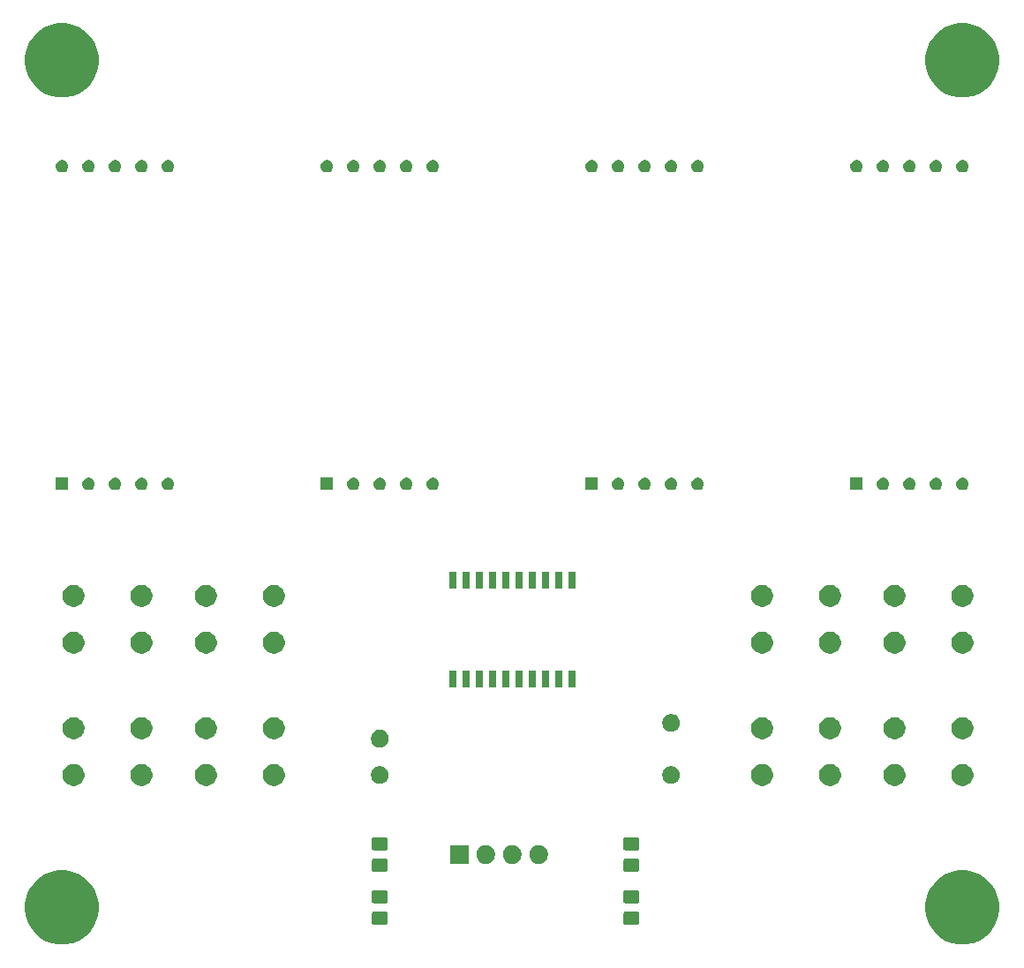
<source format=gbs>
G04 #@! TF.GenerationSoftware,KiCad,Pcbnew,5.1.5-5.1.5*
G04 #@! TF.CreationDate,2019-12-29T19:55:11+11:00*
G04 #@! TF.ProjectId,inchdigits,696e6368-6469-4676-9974-732e6b696361,rev?*
G04 #@! TF.SameCoordinates,Original*
G04 #@! TF.FileFunction,Soldermask,Bot*
G04 #@! TF.FilePolarity,Negative*
%FSLAX46Y46*%
G04 Gerber Fmt 4.6, Leading zero omitted, Abs format (unit mm)*
G04 Created by KiCad (PCBNEW 5.1.5-5.1.5) date 2019-12-29 19:55:11*
%MOMM*%
%LPD*%
G04 APERTURE LIST*
%ADD10C,0.100000*%
G04 APERTURE END LIST*
D10*
G36*
X158515787Y-75325462D02*
G01*
X158515790Y-75325463D01*
X158515789Y-75325463D01*
X159162029Y-75593144D01*
X159743631Y-75981758D01*
X160238242Y-76476369D01*
X160626856Y-77057971D01*
X160691333Y-77213633D01*
X160894538Y-77704213D01*
X161031000Y-78390256D01*
X161031000Y-79089744D01*
X160894538Y-79775787D01*
X160894537Y-79775789D01*
X160626856Y-80422029D01*
X160238242Y-81003631D01*
X159743631Y-81498242D01*
X159162029Y-81886856D01*
X158705068Y-82076135D01*
X158515787Y-82154538D01*
X157829744Y-82291000D01*
X157130256Y-82291000D01*
X156444213Y-82154538D01*
X156254932Y-82076135D01*
X155797971Y-81886856D01*
X155216369Y-81498242D01*
X154721758Y-81003631D01*
X154333144Y-80422029D01*
X154065463Y-79775789D01*
X154065462Y-79775787D01*
X153929000Y-79089744D01*
X153929000Y-78390256D01*
X154065462Y-77704213D01*
X154268667Y-77213633D01*
X154333144Y-77057971D01*
X154721758Y-76476369D01*
X155216369Y-75981758D01*
X155797971Y-75593144D01*
X156444211Y-75325463D01*
X156444210Y-75325463D01*
X156444213Y-75325462D01*
X157130256Y-75189000D01*
X157829744Y-75189000D01*
X158515787Y-75325462D01*
G37*
G36*
X72155787Y-75325462D02*
G01*
X72155790Y-75325463D01*
X72155789Y-75325463D01*
X72802029Y-75593144D01*
X73383631Y-75981758D01*
X73878242Y-76476369D01*
X74266856Y-77057971D01*
X74331333Y-77213633D01*
X74534538Y-77704213D01*
X74671000Y-78390256D01*
X74671000Y-79089744D01*
X74534538Y-79775787D01*
X74534537Y-79775789D01*
X74266856Y-80422029D01*
X73878242Y-81003631D01*
X73383631Y-81498242D01*
X72802029Y-81886856D01*
X72345068Y-82076135D01*
X72155787Y-82154538D01*
X71469744Y-82291000D01*
X70770256Y-82291000D01*
X70084213Y-82154538D01*
X69894932Y-82076135D01*
X69437971Y-81886856D01*
X68856369Y-81498242D01*
X68361758Y-81003631D01*
X67973144Y-80422029D01*
X67705463Y-79775789D01*
X67705462Y-79775787D01*
X67569000Y-79089744D01*
X67569000Y-78390256D01*
X67705462Y-77704213D01*
X67908667Y-77213633D01*
X67973144Y-77057971D01*
X68361758Y-76476369D01*
X68856369Y-75981758D01*
X69437971Y-75593144D01*
X70084211Y-75325463D01*
X70084210Y-75325463D01*
X70084213Y-75325462D01*
X70770256Y-75189000D01*
X71469744Y-75189000D01*
X72155787Y-75325462D01*
G37*
G36*
X126318674Y-79143465D02*
G01*
X126356367Y-79154899D01*
X126391103Y-79173466D01*
X126421548Y-79198452D01*
X126446534Y-79228897D01*
X126465101Y-79263633D01*
X126476535Y-79301326D01*
X126481000Y-79346661D01*
X126481000Y-80183339D01*
X126476535Y-80228674D01*
X126465101Y-80266367D01*
X126446534Y-80301103D01*
X126421548Y-80331548D01*
X126391103Y-80356534D01*
X126356367Y-80375101D01*
X126318674Y-80386535D01*
X126273339Y-80391000D01*
X125186661Y-80391000D01*
X125141326Y-80386535D01*
X125103633Y-80375101D01*
X125068897Y-80356534D01*
X125038452Y-80331548D01*
X125013466Y-80301103D01*
X124994899Y-80266367D01*
X124983465Y-80228674D01*
X124979000Y-80183339D01*
X124979000Y-79346661D01*
X124983465Y-79301326D01*
X124994899Y-79263633D01*
X125013466Y-79228897D01*
X125038452Y-79198452D01*
X125068897Y-79173466D01*
X125103633Y-79154899D01*
X125141326Y-79143465D01*
X125186661Y-79139000D01*
X126273339Y-79139000D01*
X126318674Y-79143465D01*
G37*
G36*
X102188674Y-79143465D02*
G01*
X102226367Y-79154899D01*
X102261103Y-79173466D01*
X102291548Y-79198452D01*
X102316534Y-79228897D01*
X102335101Y-79263633D01*
X102346535Y-79301326D01*
X102351000Y-79346661D01*
X102351000Y-80183339D01*
X102346535Y-80228674D01*
X102335101Y-80266367D01*
X102316534Y-80301103D01*
X102291548Y-80331548D01*
X102261103Y-80356534D01*
X102226367Y-80375101D01*
X102188674Y-80386535D01*
X102143339Y-80391000D01*
X101056661Y-80391000D01*
X101011326Y-80386535D01*
X100973633Y-80375101D01*
X100938897Y-80356534D01*
X100908452Y-80331548D01*
X100883466Y-80301103D01*
X100864899Y-80266367D01*
X100853465Y-80228674D01*
X100849000Y-80183339D01*
X100849000Y-79346661D01*
X100853465Y-79301326D01*
X100864899Y-79263633D01*
X100883466Y-79228897D01*
X100908452Y-79198452D01*
X100938897Y-79173466D01*
X100973633Y-79154899D01*
X101011326Y-79143465D01*
X101056661Y-79139000D01*
X102143339Y-79139000D01*
X102188674Y-79143465D01*
G37*
G36*
X126318674Y-77093465D02*
G01*
X126356367Y-77104899D01*
X126391103Y-77123466D01*
X126421548Y-77148452D01*
X126446534Y-77178897D01*
X126465101Y-77213633D01*
X126476535Y-77251326D01*
X126481000Y-77296661D01*
X126481000Y-78133339D01*
X126476535Y-78178674D01*
X126465101Y-78216367D01*
X126446534Y-78251103D01*
X126421548Y-78281548D01*
X126391103Y-78306534D01*
X126356367Y-78325101D01*
X126318674Y-78336535D01*
X126273339Y-78341000D01*
X125186661Y-78341000D01*
X125141326Y-78336535D01*
X125103633Y-78325101D01*
X125068897Y-78306534D01*
X125038452Y-78281548D01*
X125013466Y-78251103D01*
X124994899Y-78216367D01*
X124983465Y-78178674D01*
X124979000Y-78133339D01*
X124979000Y-77296661D01*
X124983465Y-77251326D01*
X124994899Y-77213633D01*
X125013466Y-77178897D01*
X125038452Y-77148452D01*
X125068897Y-77123466D01*
X125103633Y-77104899D01*
X125141326Y-77093465D01*
X125186661Y-77089000D01*
X126273339Y-77089000D01*
X126318674Y-77093465D01*
G37*
G36*
X102188674Y-77093465D02*
G01*
X102226367Y-77104899D01*
X102261103Y-77123466D01*
X102291548Y-77148452D01*
X102316534Y-77178897D01*
X102335101Y-77213633D01*
X102346535Y-77251326D01*
X102351000Y-77296661D01*
X102351000Y-78133339D01*
X102346535Y-78178674D01*
X102335101Y-78216367D01*
X102316534Y-78251103D01*
X102291548Y-78281548D01*
X102261103Y-78306534D01*
X102226367Y-78325101D01*
X102188674Y-78336535D01*
X102143339Y-78341000D01*
X101056661Y-78341000D01*
X101011326Y-78336535D01*
X100973633Y-78325101D01*
X100938897Y-78306534D01*
X100908452Y-78281548D01*
X100883466Y-78251103D01*
X100864899Y-78216367D01*
X100853465Y-78178674D01*
X100849000Y-78133339D01*
X100849000Y-77296661D01*
X100853465Y-77251326D01*
X100864899Y-77213633D01*
X100883466Y-77178897D01*
X100908452Y-77148452D01*
X100938897Y-77123466D01*
X100973633Y-77104899D01*
X101011326Y-77093465D01*
X101056661Y-77089000D01*
X102143339Y-77089000D01*
X102188674Y-77093465D01*
G37*
G36*
X126318674Y-74063465D02*
G01*
X126356367Y-74074899D01*
X126391103Y-74093466D01*
X126421548Y-74118452D01*
X126446534Y-74148897D01*
X126465101Y-74183633D01*
X126476535Y-74221326D01*
X126481000Y-74266661D01*
X126481000Y-75103339D01*
X126476535Y-75148674D01*
X126465101Y-75186367D01*
X126446534Y-75221103D01*
X126421548Y-75251548D01*
X126391103Y-75276534D01*
X126356367Y-75295101D01*
X126318674Y-75306535D01*
X126273339Y-75311000D01*
X125186661Y-75311000D01*
X125141326Y-75306535D01*
X125103633Y-75295101D01*
X125068897Y-75276534D01*
X125038452Y-75251548D01*
X125013466Y-75221103D01*
X124994899Y-75186367D01*
X124983465Y-75148674D01*
X124979000Y-75103339D01*
X124979000Y-74266661D01*
X124983465Y-74221326D01*
X124994899Y-74183633D01*
X125013466Y-74148897D01*
X125038452Y-74118452D01*
X125068897Y-74093466D01*
X125103633Y-74074899D01*
X125141326Y-74063465D01*
X125186661Y-74059000D01*
X126273339Y-74059000D01*
X126318674Y-74063465D01*
G37*
G36*
X102188674Y-74063465D02*
G01*
X102226367Y-74074899D01*
X102261103Y-74093466D01*
X102291548Y-74118452D01*
X102316534Y-74148897D01*
X102335101Y-74183633D01*
X102346535Y-74221326D01*
X102351000Y-74266661D01*
X102351000Y-75103339D01*
X102346535Y-75148674D01*
X102335101Y-75186367D01*
X102316534Y-75221103D01*
X102291548Y-75251548D01*
X102261103Y-75276534D01*
X102226367Y-75295101D01*
X102188674Y-75306535D01*
X102143339Y-75311000D01*
X101056661Y-75311000D01*
X101011326Y-75306535D01*
X100973633Y-75295101D01*
X100938897Y-75276534D01*
X100908452Y-75251548D01*
X100883466Y-75221103D01*
X100864899Y-75186367D01*
X100853465Y-75148674D01*
X100849000Y-75103339D01*
X100849000Y-74266661D01*
X100853465Y-74221326D01*
X100864899Y-74183633D01*
X100883466Y-74148897D01*
X100908452Y-74118452D01*
X100938897Y-74093466D01*
X100973633Y-74074899D01*
X101011326Y-74063465D01*
X101056661Y-74059000D01*
X102143339Y-74059000D01*
X102188674Y-74063465D01*
G37*
G36*
X114413512Y-72763927D02*
G01*
X114562812Y-72793624D01*
X114726784Y-72861544D01*
X114874354Y-72960147D01*
X114999853Y-73085646D01*
X115098456Y-73233216D01*
X115166376Y-73397188D01*
X115201000Y-73571259D01*
X115201000Y-73748741D01*
X115166376Y-73922812D01*
X115098456Y-74086784D01*
X114999853Y-74234354D01*
X114874354Y-74359853D01*
X114726784Y-74458456D01*
X114562812Y-74526376D01*
X114413512Y-74556073D01*
X114388742Y-74561000D01*
X114211258Y-74561000D01*
X114186488Y-74556073D01*
X114037188Y-74526376D01*
X113873216Y-74458456D01*
X113725646Y-74359853D01*
X113600147Y-74234354D01*
X113501544Y-74086784D01*
X113433624Y-73922812D01*
X113399000Y-73748741D01*
X113399000Y-73571259D01*
X113433624Y-73397188D01*
X113501544Y-73233216D01*
X113600147Y-73085646D01*
X113725646Y-72960147D01*
X113873216Y-72861544D01*
X114037188Y-72793624D01*
X114186488Y-72763927D01*
X114211258Y-72759000D01*
X114388742Y-72759000D01*
X114413512Y-72763927D01*
G37*
G36*
X116953512Y-72763927D02*
G01*
X117102812Y-72793624D01*
X117266784Y-72861544D01*
X117414354Y-72960147D01*
X117539853Y-73085646D01*
X117638456Y-73233216D01*
X117706376Y-73397188D01*
X117741000Y-73571259D01*
X117741000Y-73748741D01*
X117706376Y-73922812D01*
X117638456Y-74086784D01*
X117539853Y-74234354D01*
X117414354Y-74359853D01*
X117266784Y-74458456D01*
X117102812Y-74526376D01*
X116953512Y-74556073D01*
X116928742Y-74561000D01*
X116751258Y-74561000D01*
X116726488Y-74556073D01*
X116577188Y-74526376D01*
X116413216Y-74458456D01*
X116265646Y-74359853D01*
X116140147Y-74234354D01*
X116041544Y-74086784D01*
X115973624Y-73922812D01*
X115939000Y-73748741D01*
X115939000Y-73571259D01*
X115973624Y-73397188D01*
X116041544Y-73233216D01*
X116140147Y-73085646D01*
X116265646Y-72960147D01*
X116413216Y-72861544D01*
X116577188Y-72793624D01*
X116726488Y-72763927D01*
X116751258Y-72759000D01*
X116928742Y-72759000D01*
X116953512Y-72763927D01*
G37*
G36*
X111873512Y-72763927D02*
G01*
X112022812Y-72793624D01*
X112186784Y-72861544D01*
X112334354Y-72960147D01*
X112459853Y-73085646D01*
X112558456Y-73233216D01*
X112626376Y-73397188D01*
X112661000Y-73571259D01*
X112661000Y-73748741D01*
X112626376Y-73922812D01*
X112558456Y-74086784D01*
X112459853Y-74234354D01*
X112334354Y-74359853D01*
X112186784Y-74458456D01*
X112022812Y-74526376D01*
X111873512Y-74556073D01*
X111848742Y-74561000D01*
X111671258Y-74561000D01*
X111646488Y-74556073D01*
X111497188Y-74526376D01*
X111333216Y-74458456D01*
X111185646Y-74359853D01*
X111060147Y-74234354D01*
X110961544Y-74086784D01*
X110893624Y-73922812D01*
X110859000Y-73748741D01*
X110859000Y-73571259D01*
X110893624Y-73397188D01*
X110961544Y-73233216D01*
X111060147Y-73085646D01*
X111185646Y-72960147D01*
X111333216Y-72861544D01*
X111497188Y-72793624D01*
X111646488Y-72763927D01*
X111671258Y-72759000D01*
X111848742Y-72759000D01*
X111873512Y-72763927D01*
G37*
G36*
X110121000Y-74561000D02*
G01*
X108319000Y-74561000D01*
X108319000Y-72759000D01*
X110121000Y-72759000D01*
X110121000Y-74561000D01*
G37*
G36*
X102188674Y-72013465D02*
G01*
X102226367Y-72024899D01*
X102261103Y-72043466D01*
X102291548Y-72068452D01*
X102316534Y-72098897D01*
X102335101Y-72133633D01*
X102346535Y-72171326D01*
X102351000Y-72216661D01*
X102351000Y-73053339D01*
X102346535Y-73098674D01*
X102335101Y-73136367D01*
X102316534Y-73171103D01*
X102291548Y-73201548D01*
X102261103Y-73226534D01*
X102226367Y-73245101D01*
X102188674Y-73256535D01*
X102143339Y-73261000D01*
X101056661Y-73261000D01*
X101011326Y-73256535D01*
X100973633Y-73245101D01*
X100938897Y-73226534D01*
X100908452Y-73201548D01*
X100883466Y-73171103D01*
X100864899Y-73136367D01*
X100853465Y-73098674D01*
X100849000Y-73053339D01*
X100849000Y-72216661D01*
X100853465Y-72171326D01*
X100864899Y-72133633D01*
X100883466Y-72098897D01*
X100908452Y-72068452D01*
X100938897Y-72043466D01*
X100973633Y-72024899D01*
X101011326Y-72013465D01*
X101056661Y-72009000D01*
X102143339Y-72009000D01*
X102188674Y-72013465D01*
G37*
G36*
X126318674Y-72013465D02*
G01*
X126356367Y-72024899D01*
X126391103Y-72043466D01*
X126421548Y-72068452D01*
X126446534Y-72098897D01*
X126465101Y-72133633D01*
X126476535Y-72171326D01*
X126481000Y-72216661D01*
X126481000Y-73053339D01*
X126476535Y-73098674D01*
X126465101Y-73136367D01*
X126446534Y-73171103D01*
X126421548Y-73201548D01*
X126391103Y-73226534D01*
X126356367Y-73245101D01*
X126318674Y-73256535D01*
X126273339Y-73261000D01*
X125186661Y-73261000D01*
X125141326Y-73256535D01*
X125103633Y-73245101D01*
X125068897Y-73226534D01*
X125038452Y-73201548D01*
X125013466Y-73171103D01*
X124994899Y-73136367D01*
X124983465Y-73098674D01*
X124979000Y-73053339D01*
X124979000Y-72216661D01*
X124983465Y-72171326D01*
X124994899Y-72133633D01*
X125013466Y-72098897D01*
X125038452Y-72068452D01*
X125068897Y-72043466D01*
X125103633Y-72024899D01*
X125141326Y-72013465D01*
X125186661Y-72009000D01*
X126273339Y-72009000D01*
X126318674Y-72013465D01*
G37*
G36*
X151286564Y-65029389D02*
G01*
X151477833Y-65108615D01*
X151477835Y-65108616D01*
X151598138Y-65189000D01*
X151649973Y-65223635D01*
X151796365Y-65370027D01*
X151911385Y-65542167D01*
X151990611Y-65733436D01*
X152031000Y-65936484D01*
X152031000Y-66143516D01*
X151990611Y-66346564D01*
X151911385Y-66537833D01*
X151911384Y-66537835D01*
X151796365Y-66709973D01*
X151649973Y-66856365D01*
X151477835Y-66971384D01*
X151477834Y-66971385D01*
X151477833Y-66971385D01*
X151286564Y-67050611D01*
X151083516Y-67091000D01*
X150876484Y-67091000D01*
X150673436Y-67050611D01*
X150482167Y-66971385D01*
X150482166Y-66971385D01*
X150482165Y-66971384D01*
X150310027Y-66856365D01*
X150163635Y-66709973D01*
X150048616Y-66537835D01*
X150048615Y-66537833D01*
X149969389Y-66346564D01*
X149929000Y-66143516D01*
X149929000Y-65936484D01*
X149969389Y-65733436D01*
X150048615Y-65542167D01*
X150163635Y-65370027D01*
X150310027Y-65223635D01*
X150361862Y-65189000D01*
X150482165Y-65108616D01*
X150482167Y-65108615D01*
X150673436Y-65029389D01*
X150876484Y-64989000D01*
X151083516Y-64989000D01*
X151286564Y-65029389D01*
G37*
G36*
X79046564Y-65029389D02*
G01*
X79237833Y-65108615D01*
X79237835Y-65108616D01*
X79358138Y-65189000D01*
X79409973Y-65223635D01*
X79556365Y-65370027D01*
X79671385Y-65542167D01*
X79750611Y-65733436D01*
X79791000Y-65936484D01*
X79791000Y-66143516D01*
X79750611Y-66346564D01*
X79671385Y-66537833D01*
X79671384Y-66537835D01*
X79556365Y-66709973D01*
X79409973Y-66856365D01*
X79237835Y-66971384D01*
X79237834Y-66971385D01*
X79237833Y-66971385D01*
X79046564Y-67050611D01*
X78843516Y-67091000D01*
X78636484Y-67091000D01*
X78433436Y-67050611D01*
X78242167Y-66971385D01*
X78242166Y-66971385D01*
X78242165Y-66971384D01*
X78070027Y-66856365D01*
X77923635Y-66709973D01*
X77808616Y-66537835D01*
X77808615Y-66537833D01*
X77729389Y-66346564D01*
X77689000Y-66143516D01*
X77689000Y-65936484D01*
X77729389Y-65733436D01*
X77808615Y-65542167D01*
X77923635Y-65370027D01*
X78070027Y-65223635D01*
X78121862Y-65189000D01*
X78242165Y-65108616D01*
X78242167Y-65108615D01*
X78433436Y-65029389D01*
X78636484Y-64989000D01*
X78843516Y-64989000D01*
X79046564Y-65029389D01*
G37*
G36*
X91746564Y-65029389D02*
G01*
X91937833Y-65108615D01*
X91937835Y-65108616D01*
X92058138Y-65189000D01*
X92109973Y-65223635D01*
X92256365Y-65370027D01*
X92371385Y-65542167D01*
X92450611Y-65733436D01*
X92491000Y-65936484D01*
X92491000Y-66143516D01*
X92450611Y-66346564D01*
X92371385Y-66537833D01*
X92371384Y-66537835D01*
X92256365Y-66709973D01*
X92109973Y-66856365D01*
X91937835Y-66971384D01*
X91937834Y-66971385D01*
X91937833Y-66971385D01*
X91746564Y-67050611D01*
X91543516Y-67091000D01*
X91336484Y-67091000D01*
X91133436Y-67050611D01*
X90942167Y-66971385D01*
X90942166Y-66971385D01*
X90942165Y-66971384D01*
X90770027Y-66856365D01*
X90623635Y-66709973D01*
X90508616Y-66537835D01*
X90508615Y-66537833D01*
X90429389Y-66346564D01*
X90389000Y-66143516D01*
X90389000Y-65936484D01*
X90429389Y-65733436D01*
X90508615Y-65542167D01*
X90623635Y-65370027D01*
X90770027Y-65223635D01*
X90821862Y-65189000D01*
X90942165Y-65108616D01*
X90942167Y-65108615D01*
X91133436Y-65029389D01*
X91336484Y-64989000D01*
X91543516Y-64989000D01*
X91746564Y-65029389D01*
G37*
G36*
X85246564Y-65029389D02*
G01*
X85437833Y-65108615D01*
X85437835Y-65108616D01*
X85558138Y-65189000D01*
X85609973Y-65223635D01*
X85756365Y-65370027D01*
X85871385Y-65542167D01*
X85950611Y-65733436D01*
X85991000Y-65936484D01*
X85991000Y-66143516D01*
X85950611Y-66346564D01*
X85871385Y-66537833D01*
X85871384Y-66537835D01*
X85756365Y-66709973D01*
X85609973Y-66856365D01*
X85437835Y-66971384D01*
X85437834Y-66971385D01*
X85437833Y-66971385D01*
X85246564Y-67050611D01*
X85043516Y-67091000D01*
X84836484Y-67091000D01*
X84633436Y-67050611D01*
X84442167Y-66971385D01*
X84442166Y-66971385D01*
X84442165Y-66971384D01*
X84270027Y-66856365D01*
X84123635Y-66709973D01*
X84008616Y-66537835D01*
X84008615Y-66537833D01*
X83929389Y-66346564D01*
X83889000Y-66143516D01*
X83889000Y-65936484D01*
X83929389Y-65733436D01*
X84008615Y-65542167D01*
X84123635Y-65370027D01*
X84270027Y-65223635D01*
X84321862Y-65189000D01*
X84442165Y-65108616D01*
X84442167Y-65108615D01*
X84633436Y-65029389D01*
X84836484Y-64989000D01*
X85043516Y-64989000D01*
X85246564Y-65029389D01*
G37*
G36*
X145086564Y-65029389D02*
G01*
X145277833Y-65108615D01*
X145277835Y-65108616D01*
X145398138Y-65189000D01*
X145449973Y-65223635D01*
X145596365Y-65370027D01*
X145711385Y-65542167D01*
X145790611Y-65733436D01*
X145831000Y-65936484D01*
X145831000Y-66143516D01*
X145790611Y-66346564D01*
X145711385Y-66537833D01*
X145711384Y-66537835D01*
X145596365Y-66709973D01*
X145449973Y-66856365D01*
X145277835Y-66971384D01*
X145277834Y-66971385D01*
X145277833Y-66971385D01*
X145086564Y-67050611D01*
X144883516Y-67091000D01*
X144676484Y-67091000D01*
X144473436Y-67050611D01*
X144282167Y-66971385D01*
X144282166Y-66971385D01*
X144282165Y-66971384D01*
X144110027Y-66856365D01*
X143963635Y-66709973D01*
X143848616Y-66537835D01*
X143848615Y-66537833D01*
X143769389Y-66346564D01*
X143729000Y-66143516D01*
X143729000Y-65936484D01*
X143769389Y-65733436D01*
X143848615Y-65542167D01*
X143963635Y-65370027D01*
X144110027Y-65223635D01*
X144161862Y-65189000D01*
X144282165Y-65108616D01*
X144282167Y-65108615D01*
X144473436Y-65029389D01*
X144676484Y-64989000D01*
X144883516Y-64989000D01*
X145086564Y-65029389D01*
G37*
G36*
X138586564Y-65029389D02*
G01*
X138777833Y-65108615D01*
X138777835Y-65108616D01*
X138898138Y-65189000D01*
X138949973Y-65223635D01*
X139096365Y-65370027D01*
X139211385Y-65542167D01*
X139290611Y-65733436D01*
X139331000Y-65936484D01*
X139331000Y-66143516D01*
X139290611Y-66346564D01*
X139211385Y-66537833D01*
X139211384Y-66537835D01*
X139096365Y-66709973D01*
X138949973Y-66856365D01*
X138777835Y-66971384D01*
X138777834Y-66971385D01*
X138777833Y-66971385D01*
X138586564Y-67050611D01*
X138383516Y-67091000D01*
X138176484Y-67091000D01*
X137973436Y-67050611D01*
X137782167Y-66971385D01*
X137782166Y-66971385D01*
X137782165Y-66971384D01*
X137610027Y-66856365D01*
X137463635Y-66709973D01*
X137348616Y-66537835D01*
X137348615Y-66537833D01*
X137269389Y-66346564D01*
X137229000Y-66143516D01*
X137229000Y-65936484D01*
X137269389Y-65733436D01*
X137348615Y-65542167D01*
X137463635Y-65370027D01*
X137610027Y-65223635D01*
X137661862Y-65189000D01*
X137782165Y-65108616D01*
X137782167Y-65108615D01*
X137973436Y-65029389D01*
X138176484Y-64989000D01*
X138383516Y-64989000D01*
X138586564Y-65029389D01*
G37*
G36*
X157786564Y-65029389D02*
G01*
X157977833Y-65108615D01*
X157977835Y-65108616D01*
X158098138Y-65189000D01*
X158149973Y-65223635D01*
X158296365Y-65370027D01*
X158411385Y-65542167D01*
X158490611Y-65733436D01*
X158531000Y-65936484D01*
X158531000Y-66143516D01*
X158490611Y-66346564D01*
X158411385Y-66537833D01*
X158411384Y-66537835D01*
X158296365Y-66709973D01*
X158149973Y-66856365D01*
X157977835Y-66971384D01*
X157977834Y-66971385D01*
X157977833Y-66971385D01*
X157786564Y-67050611D01*
X157583516Y-67091000D01*
X157376484Y-67091000D01*
X157173436Y-67050611D01*
X156982167Y-66971385D01*
X156982166Y-66971385D01*
X156982165Y-66971384D01*
X156810027Y-66856365D01*
X156663635Y-66709973D01*
X156548616Y-66537835D01*
X156548615Y-66537833D01*
X156469389Y-66346564D01*
X156429000Y-66143516D01*
X156429000Y-65936484D01*
X156469389Y-65733436D01*
X156548615Y-65542167D01*
X156663635Y-65370027D01*
X156810027Y-65223635D01*
X156861862Y-65189000D01*
X156982165Y-65108616D01*
X156982167Y-65108615D01*
X157173436Y-65029389D01*
X157376484Y-64989000D01*
X157583516Y-64989000D01*
X157786564Y-65029389D01*
G37*
G36*
X72546564Y-65029389D02*
G01*
X72737833Y-65108615D01*
X72737835Y-65108616D01*
X72858138Y-65189000D01*
X72909973Y-65223635D01*
X73056365Y-65370027D01*
X73171385Y-65542167D01*
X73250611Y-65733436D01*
X73291000Y-65936484D01*
X73291000Y-66143516D01*
X73250611Y-66346564D01*
X73171385Y-66537833D01*
X73171384Y-66537835D01*
X73056365Y-66709973D01*
X72909973Y-66856365D01*
X72737835Y-66971384D01*
X72737834Y-66971385D01*
X72737833Y-66971385D01*
X72546564Y-67050611D01*
X72343516Y-67091000D01*
X72136484Y-67091000D01*
X71933436Y-67050611D01*
X71742167Y-66971385D01*
X71742166Y-66971385D01*
X71742165Y-66971384D01*
X71570027Y-66856365D01*
X71423635Y-66709973D01*
X71308616Y-66537835D01*
X71308615Y-66537833D01*
X71229389Y-66346564D01*
X71189000Y-66143516D01*
X71189000Y-65936484D01*
X71229389Y-65733436D01*
X71308615Y-65542167D01*
X71423635Y-65370027D01*
X71570027Y-65223635D01*
X71621862Y-65189000D01*
X71742165Y-65108616D01*
X71742167Y-65108615D01*
X71933436Y-65029389D01*
X72136484Y-64989000D01*
X72343516Y-64989000D01*
X72546564Y-65029389D01*
G37*
G36*
X129788228Y-65221703D02*
G01*
X129943100Y-65285853D01*
X130082481Y-65378985D01*
X130201015Y-65497519D01*
X130294147Y-65636900D01*
X130358297Y-65791772D01*
X130391000Y-65956184D01*
X130391000Y-66123816D01*
X130358297Y-66288228D01*
X130294147Y-66443100D01*
X130201015Y-66582481D01*
X130082481Y-66701015D01*
X129943100Y-66794147D01*
X129788228Y-66858297D01*
X129623816Y-66891000D01*
X129456184Y-66891000D01*
X129291772Y-66858297D01*
X129136900Y-66794147D01*
X128997519Y-66701015D01*
X128878985Y-66582481D01*
X128785853Y-66443100D01*
X128721703Y-66288228D01*
X128689000Y-66123816D01*
X128689000Y-65956184D01*
X128721703Y-65791772D01*
X128785853Y-65636900D01*
X128878985Y-65497519D01*
X128997519Y-65378985D01*
X129136900Y-65285853D01*
X129291772Y-65221703D01*
X129456184Y-65189000D01*
X129623816Y-65189000D01*
X129788228Y-65221703D01*
G37*
G36*
X101848228Y-65221703D02*
G01*
X102003100Y-65285853D01*
X102142481Y-65378985D01*
X102261015Y-65497519D01*
X102354147Y-65636900D01*
X102418297Y-65791772D01*
X102451000Y-65956184D01*
X102451000Y-66123816D01*
X102418297Y-66288228D01*
X102354147Y-66443100D01*
X102261015Y-66582481D01*
X102142481Y-66701015D01*
X102003100Y-66794147D01*
X101848228Y-66858297D01*
X101683816Y-66891000D01*
X101516184Y-66891000D01*
X101351772Y-66858297D01*
X101196900Y-66794147D01*
X101057519Y-66701015D01*
X100938985Y-66582481D01*
X100845853Y-66443100D01*
X100781703Y-66288228D01*
X100749000Y-66123816D01*
X100749000Y-65956184D01*
X100781703Y-65791772D01*
X100845853Y-65636900D01*
X100938985Y-65497519D01*
X101057519Y-65378985D01*
X101196900Y-65285853D01*
X101351772Y-65221703D01*
X101516184Y-65189000D01*
X101683816Y-65189000D01*
X101848228Y-65221703D01*
G37*
G36*
X101848228Y-61721703D02*
G01*
X102003100Y-61785853D01*
X102142481Y-61878985D01*
X102261015Y-61997519D01*
X102354147Y-62136900D01*
X102418297Y-62291772D01*
X102451000Y-62456184D01*
X102451000Y-62623816D01*
X102418297Y-62788228D01*
X102354147Y-62943100D01*
X102261015Y-63082481D01*
X102142481Y-63201015D01*
X102003100Y-63294147D01*
X101848228Y-63358297D01*
X101683816Y-63391000D01*
X101516184Y-63391000D01*
X101351772Y-63358297D01*
X101196900Y-63294147D01*
X101057519Y-63201015D01*
X100938985Y-63082481D01*
X100845853Y-62943100D01*
X100781703Y-62788228D01*
X100749000Y-62623816D01*
X100749000Y-62456184D01*
X100781703Y-62291772D01*
X100845853Y-62136900D01*
X100938985Y-61997519D01*
X101057519Y-61878985D01*
X101196900Y-61785853D01*
X101351772Y-61721703D01*
X101516184Y-61689000D01*
X101683816Y-61689000D01*
X101848228Y-61721703D01*
G37*
G36*
X85246564Y-60529389D02*
G01*
X85437833Y-60608615D01*
X85437835Y-60608616D01*
X85480165Y-60636900D01*
X85609973Y-60723635D01*
X85756365Y-60870027D01*
X85871385Y-61042167D01*
X85950611Y-61233436D01*
X85991000Y-61436484D01*
X85991000Y-61643516D01*
X85950611Y-61846564D01*
X85888083Y-61997520D01*
X85871384Y-62037835D01*
X85756365Y-62209973D01*
X85609973Y-62356365D01*
X85437835Y-62471384D01*
X85437834Y-62471385D01*
X85437833Y-62471385D01*
X85246564Y-62550611D01*
X85043516Y-62591000D01*
X84836484Y-62591000D01*
X84633436Y-62550611D01*
X84442167Y-62471385D01*
X84442166Y-62471385D01*
X84442165Y-62471384D01*
X84270027Y-62356365D01*
X84123635Y-62209973D01*
X84008616Y-62037835D01*
X83991917Y-61997520D01*
X83929389Y-61846564D01*
X83889000Y-61643516D01*
X83889000Y-61436484D01*
X83929389Y-61233436D01*
X84008615Y-61042167D01*
X84123635Y-60870027D01*
X84270027Y-60723635D01*
X84399835Y-60636900D01*
X84442165Y-60608616D01*
X84442167Y-60608615D01*
X84633436Y-60529389D01*
X84836484Y-60489000D01*
X85043516Y-60489000D01*
X85246564Y-60529389D01*
G37*
G36*
X79046564Y-60529389D02*
G01*
X79237833Y-60608615D01*
X79237835Y-60608616D01*
X79280165Y-60636900D01*
X79409973Y-60723635D01*
X79556365Y-60870027D01*
X79671385Y-61042167D01*
X79750611Y-61233436D01*
X79791000Y-61436484D01*
X79791000Y-61643516D01*
X79750611Y-61846564D01*
X79688083Y-61997520D01*
X79671384Y-62037835D01*
X79556365Y-62209973D01*
X79409973Y-62356365D01*
X79237835Y-62471384D01*
X79237834Y-62471385D01*
X79237833Y-62471385D01*
X79046564Y-62550611D01*
X78843516Y-62591000D01*
X78636484Y-62591000D01*
X78433436Y-62550611D01*
X78242167Y-62471385D01*
X78242166Y-62471385D01*
X78242165Y-62471384D01*
X78070027Y-62356365D01*
X77923635Y-62209973D01*
X77808616Y-62037835D01*
X77791917Y-61997520D01*
X77729389Y-61846564D01*
X77689000Y-61643516D01*
X77689000Y-61436484D01*
X77729389Y-61233436D01*
X77808615Y-61042167D01*
X77923635Y-60870027D01*
X78070027Y-60723635D01*
X78199835Y-60636900D01*
X78242165Y-60608616D01*
X78242167Y-60608615D01*
X78433436Y-60529389D01*
X78636484Y-60489000D01*
X78843516Y-60489000D01*
X79046564Y-60529389D01*
G37*
G36*
X145086564Y-60529389D02*
G01*
X145277833Y-60608615D01*
X145277835Y-60608616D01*
X145320165Y-60636900D01*
X145449973Y-60723635D01*
X145596365Y-60870027D01*
X145711385Y-61042167D01*
X145790611Y-61233436D01*
X145831000Y-61436484D01*
X145831000Y-61643516D01*
X145790611Y-61846564D01*
X145728083Y-61997520D01*
X145711384Y-62037835D01*
X145596365Y-62209973D01*
X145449973Y-62356365D01*
X145277835Y-62471384D01*
X145277834Y-62471385D01*
X145277833Y-62471385D01*
X145086564Y-62550611D01*
X144883516Y-62591000D01*
X144676484Y-62591000D01*
X144473436Y-62550611D01*
X144282167Y-62471385D01*
X144282166Y-62471385D01*
X144282165Y-62471384D01*
X144110027Y-62356365D01*
X143963635Y-62209973D01*
X143848616Y-62037835D01*
X143831917Y-61997520D01*
X143769389Y-61846564D01*
X143729000Y-61643516D01*
X143729000Y-61436484D01*
X143769389Y-61233436D01*
X143848615Y-61042167D01*
X143963635Y-60870027D01*
X144110027Y-60723635D01*
X144239835Y-60636900D01*
X144282165Y-60608616D01*
X144282167Y-60608615D01*
X144473436Y-60529389D01*
X144676484Y-60489000D01*
X144883516Y-60489000D01*
X145086564Y-60529389D01*
G37*
G36*
X72546564Y-60529389D02*
G01*
X72737833Y-60608615D01*
X72737835Y-60608616D01*
X72780165Y-60636900D01*
X72909973Y-60723635D01*
X73056365Y-60870027D01*
X73171385Y-61042167D01*
X73250611Y-61233436D01*
X73291000Y-61436484D01*
X73291000Y-61643516D01*
X73250611Y-61846564D01*
X73188083Y-61997520D01*
X73171384Y-62037835D01*
X73056365Y-62209973D01*
X72909973Y-62356365D01*
X72737835Y-62471384D01*
X72737834Y-62471385D01*
X72737833Y-62471385D01*
X72546564Y-62550611D01*
X72343516Y-62591000D01*
X72136484Y-62591000D01*
X71933436Y-62550611D01*
X71742167Y-62471385D01*
X71742166Y-62471385D01*
X71742165Y-62471384D01*
X71570027Y-62356365D01*
X71423635Y-62209973D01*
X71308616Y-62037835D01*
X71291917Y-61997520D01*
X71229389Y-61846564D01*
X71189000Y-61643516D01*
X71189000Y-61436484D01*
X71229389Y-61233436D01*
X71308615Y-61042167D01*
X71423635Y-60870027D01*
X71570027Y-60723635D01*
X71699835Y-60636900D01*
X71742165Y-60608616D01*
X71742167Y-60608615D01*
X71933436Y-60529389D01*
X72136484Y-60489000D01*
X72343516Y-60489000D01*
X72546564Y-60529389D01*
G37*
G36*
X157786564Y-60529389D02*
G01*
X157977833Y-60608615D01*
X157977835Y-60608616D01*
X158020165Y-60636900D01*
X158149973Y-60723635D01*
X158296365Y-60870027D01*
X158411385Y-61042167D01*
X158490611Y-61233436D01*
X158531000Y-61436484D01*
X158531000Y-61643516D01*
X158490611Y-61846564D01*
X158428083Y-61997520D01*
X158411384Y-62037835D01*
X158296365Y-62209973D01*
X158149973Y-62356365D01*
X157977835Y-62471384D01*
X157977834Y-62471385D01*
X157977833Y-62471385D01*
X157786564Y-62550611D01*
X157583516Y-62591000D01*
X157376484Y-62591000D01*
X157173436Y-62550611D01*
X156982167Y-62471385D01*
X156982166Y-62471385D01*
X156982165Y-62471384D01*
X156810027Y-62356365D01*
X156663635Y-62209973D01*
X156548616Y-62037835D01*
X156531917Y-61997520D01*
X156469389Y-61846564D01*
X156429000Y-61643516D01*
X156429000Y-61436484D01*
X156469389Y-61233436D01*
X156548615Y-61042167D01*
X156663635Y-60870027D01*
X156810027Y-60723635D01*
X156939835Y-60636900D01*
X156982165Y-60608616D01*
X156982167Y-60608615D01*
X157173436Y-60529389D01*
X157376484Y-60489000D01*
X157583516Y-60489000D01*
X157786564Y-60529389D01*
G37*
G36*
X151286564Y-60529389D02*
G01*
X151477833Y-60608615D01*
X151477835Y-60608616D01*
X151520165Y-60636900D01*
X151649973Y-60723635D01*
X151796365Y-60870027D01*
X151911385Y-61042167D01*
X151990611Y-61233436D01*
X152031000Y-61436484D01*
X152031000Y-61643516D01*
X151990611Y-61846564D01*
X151928083Y-61997520D01*
X151911384Y-62037835D01*
X151796365Y-62209973D01*
X151649973Y-62356365D01*
X151477835Y-62471384D01*
X151477834Y-62471385D01*
X151477833Y-62471385D01*
X151286564Y-62550611D01*
X151083516Y-62591000D01*
X150876484Y-62591000D01*
X150673436Y-62550611D01*
X150482167Y-62471385D01*
X150482166Y-62471385D01*
X150482165Y-62471384D01*
X150310027Y-62356365D01*
X150163635Y-62209973D01*
X150048616Y-62037835D01*
X150031917Y-61997520D01*
X149969389Y-61846564D01*
X149929000Y-61643516D01*
X149929000Y-61436484D01*
X149969389Y-61233436D01*
X150048615Y-61042167D01*
X150163635Y-60870027D01*
X150310027Y-60723635D01*
X150439835Y-60636900D01*
X150482165Y-60608616D01*
X150482167Y-60608615D01*
X150673436Y-60529389D01*
X150876484Y-60489000D01*
X151083516Y-60489000D01*
X151286564Y-60529389D01*
G37*
G36*
X91746564Y-60529389D02*
G01*
X91937833Y-60608615D01*
X91937835Y-60608616D01*
X91980165Y-60636900D01*
X92109973Y-60723635D01*
X92256365Y-60870027D01*
X92371385Y-61042167D01*
X92450611Y-61233436D01*
X92491000Y-61436484D01*
X92491000Y-61643516D01*
X92450611Y-61846564D01*
X92388083Y-61997520D01*
X92371384Y-62037835D01*
X92256365Y-62209973D01*
X92109973Y-62356365D01*
X91937835Y-62471384D01*
X91937834Y-62471385D01*
X91937833Y-62471385D01*
X91746564Y-62550611D01*
X91543516Y-62591000D01*
X91336484Y-62591000D01*
X91133436Y-62550611D01*
X90942167Y-62471385D01*
X90942166Y-62471385D01*
X90942165Y-62471384D01*
X90770027Y-62356365D01*
X90623635Y-62209973D01*
X90508616Y-62037835D01*
X90491917Y-61997520D01*
X90429389Y-61846564D01*
X90389000Y-61643516D01*
X90389000Y-61436484D01*
X90429389Y-61233436D01*
X90508615Y-61042167D01*
X90623635Y-60870027D01*
X90770027Y-60723635D01*
X90899835Y-60636900D01*
X90942165Y-60608616D01*
X90942167Y-60608615D01*
X91133436Y-60529389D01*
X91336484Y-60489000D01*
X91543516Y-60489000D01*
X91746564Y-60529389D01*
G37*
G36*
X138586564Y-60529389D02*
G01*
X138777833Y-60608615D01*
X138777835Y-60608616D01*
X138820165Y-60636900D01*
X138949973Y-60723635D01*
X139096365Y-60870027D01*
X139211385Y-61042167D01*
X139290611Y-61233436D01*
X139331000Y-61436484D01*
X139331000Y-61643516D01*
X139290611Y-61846564D01*
X139228083Y-61997520D01*
X139211384Y-62037835D01*
X139096365Y-62209973D01*
X138949973Y-62356365D01*
X138777835Y-62471384D01*
X138777834Y-62471385D01*
X138777833Y-62471385D01*
X138586564Y-62550611D01*
X138383516Y-62591000D01*
X138176484Y-62591000D01*
X137973436Y-62550611D01*
X137782167Y-62471385D01*
X137782166Y-62471385D01*
X137782165Y-62471384D01*
X137610027Y-62356365D01*
X137463635Y-62209973D01*
X137348616Y-62037835D01*
X137331917Y-61997520D01*
X137269389Y-61846564D01*
X137229000Y-61643516D01*
X137229000Y-61436484D01*
X137269389Y-61233436D01*
X137348615Y-61042167D01*
X137463635Y-60870027D01*
X137610027Y-60723635D01*
X137739835Y-60636900D01*
X137782165Y-60608616D01*
X137782167Y-60608615D01*
X137973436Y-60529389D01*
X138176484Y-60489000D01*
X138383516Y-60489000D01*
X138586564Y-60529389D01*
G37*
G36*
X129788228Y-60221703D02*
G01*
X129943100Y-60285853D01*
X130082481Y-60378985D01*
X130201015Y-60497519D01*
X130294147Y-60636900D01*
X130358297Y-60791772D01*
X130391000Y-60956184D01*
X130391000Y-61123816D01*
X130358297Y-61288228D01*
X130294147Y-61443100D01*
X130201015Y-61582481D01*
X130082481Y-61701015D01*
X129943100Y-61794147D01*
X129788228Y-61858297D01*
X129623816Y-61891000D01*
X129456184Y-61891000D01*
X129291772Y-61858297D01*
X129136900Y-61794147D01*
X128997519Y-61701015D01*
X128878985Y-61582481D01*
X128785853Y-61443100D01*
X128721703Y-61288228D01*
X128689000Y-61123816D01*
X128689000Y-60956184D01*
X128721703Y-60791772D01*
X128785853Y-60636900D01*
X128878985Y-60497519D01*
X128997519Y-60378985D01*
X129136900Y-60285853D01*
X129291772Y-60221703D01*
X129456184Y-60189000D01*
X129623816Y-60189000D01*
X129788228Y-60221703D01*
G37*
G36*
X116556000Y-57621000D02*
G01*
X115854000Y-57621000D01*
X115854000Y-56019000D01*
X116556000Y-56019000D01*
X116556000Y-57621000D01*
G37*
G36*
X119096000Y-57621000D02*
G01*
X118394000Y-57621000D01*
X118394000Y-56019000D01*
X119096000Y-56019000D01*
X119096000Y-57621000D01*
G37*
G36*
X115286000Y-57621000D02*
G01*
X114584000Y-57621000D01*
X114584000Y-56019000D01*
X115286000Y-56019000D01*
X115286000Y-57621000D01*
G37*
G36*
X120366000Y-57621000D02*
G01*
X119664000Y-57621000D01*
X119664000Y-56019000D01*
X120366000Y-56019000D01*
X120366000Y-57621000D01*
G37*
G36*
X117826000Y-57621000D02*
G01*
X117124000Y-57621000D01*
X117124000Y-56019000D01*
X117826000Y-56019000D01*
X117826000Y-57621000D01*
G37*
G36*
X110206000Y-57621000D02*
G01*
X109504000Y-57621000D01*
X109504000Y-56019000D01*
X110206000Y-56019000D01*
X110206000Y-57621000D01*
G37*
G36*
X111476000Y-57621000D02*
G01*
X110774000Y-57621000D01*
X110774000Y-56019000D01*
X111476000Y-56019000D01*
X111476000Y-57621000D01*
G37*
G36*
X112746000Y-57621000D02*
G01*
X112044000Y-57621000D01*
X112044000Y-56019000D01*
X112746000Y-56019000D01*
X112746000Y-57621000D01*
G37*
G36*
X114016000Y-57621000D02*
G01*
X113314000Y-57621000D01*
X113314000Y-56019000D01*
X114016000Y-56019000D01*
X114016000Y-57621000D01*
G37*
G36*
X108936000Y-57621000D02*
G01*
X108234000Y-57621000D01*
X108234000Y-56019000D01*
X108936000Y-56019000D01*
X108936000Y-57621000D01*
G37*
G36*
X151286564Y-52329389D02*
G01*
X151477833Y-52408615D01*
X151477835Y-52408616D01*
X151649973Y-52523635D01*
X151796365Y-52670027D01*
X151911385Y-52842167D01*
X151990611Y-53033436D01*
X152031000Y-53236484D01*
X152031000Y-53443516D01*
X151990611Y-53646564D01*
X151911385Y-53837833D01*
X151911384Y-53837835D01*
X151796365Y-54009973D01*
X151649973Y-54156365D01*
X151477835Y-54271384D01*
X151477834Y-54271385D01*
X151477833Y-54271385D01*
X151286564Y-54350611D01*
X151083516Y-54391000D01*
X150876484Y-54391000D01*
X150673436Y-54350611D01*
X150482167Y-54271385D01*
X150482166Y-54271385D01*
X150482165Y-54271384D01*
X150310027Y-54156365D01*
X150163635Y-54009973D01*
X150048616Y-53837835D01*
X150048615Y-53837833D01*
X149969389Y-53646564D01*
X149929000Y-53443516D01*
X149929000Y-53236484D01*
X149969389Y-53033436D01*
X150048615Y-52842167D01*
X150163635Y-52670027D01*
X150310027Y-52523635D01*
X150482165Y-52408616D01*
X150482167Y-52408615D01*
X150673436Y-52329389D01*
X150876484Y-52289000D01*
X151083516Y-52289000D01*
X151286564Y-52329389D01*
G37*
G36*
X85246564Y-52329389D02*
G01*
X85437833Y-52408615D01*
X85437835Y-52408616D01*
X85609973Y-52523635D01*
X85756365Y-52670027D01*
X85871385Y-52842167D01*
X85950611Y-53033436D01*
X85991000Y-53236484D01*
X85991000Y-53443516D01*
X85950611Y-53646564D01*
X85871385Y-53837833D01*
X85871384Y-53837835D01*
X85756365Y-54009973D01*
X85609973Y-54156365D01*
X85437835Y-54271384D01*
X85437834Y-54271385D01*
X85437833Y-54271385D01*
X85246564Y-54350611D01*
X85043516Y-54391000D01*
X84836484Y-54391000D01*
X84633436Y-54350611D01*
X84442167Y-54271385D01*
X84442166Y-54271385D01*
X84442165Y-54271384D01*
X84270027Y-54156365D01*
X84123635Y-54009973D01*
X84008616Y-53837835D01*
X84008615Y-53837833D01*
X83929389Y-53646564D01*
X83889000Y-53443516D01*
X83889000Y-53236484D01*
X83929389Y-53033436D01*
X84008615Y-52842167D01*
X84123635Y-52670027D01*
X84270027Y-52523635D01*
X84442165Y-52408616D01*
X84442167Y-52408615D01*
X84633436Y-52329389D01*
X84836484Y-52289000D01*
X85043516Y-52289000D01*
X85246564Y-52329389D01*
G37*
G36*
X72546564Y-52329389D02*
G01*
X72737833Y-52408615D01*
X72737835Y-52408616D01*
X72909973Y-52523635D01*
X73056365Y-52670027D01*
X73171385Y-52842167D01*
X73250611Y-53033436D01*
X73291000Y-53236484D01*
X73291000Y-53443516D01*
X73250611Y-53646564D01*
X73171385Y-53837833D01*
X73171384Y-53837835D01*
X73056365Y-54009973D01*
X72909973Y-54156365D01*
X72737835Y-54271384D01*
X72737834Y-54271385D01*
X72737833Y-54271385D01*
X72546564Y-54350611D01*
X72343516Y-54391000D01*
X72136484Y-54391000D01*
X71933436Y-54350611D01*
X71742167Y-54271385D01*
X71742166Y-54271385D01*
X71742165Y-54271384D01*
X71570027Y-54156365D01*
X71423635Y-54009973D01*
X71308616Y-53837835D01*
X71308615Y-53837833D01*
X71229389Y-53646564D01*
X71189000Y-53443516D01*
X71189000Y-53236484D01*
X71229389Y-53033436D01*
X71308615Y-52842167D01*
X71423635Y-52670027D01*
X71570027Y-52523635D01*
X71742165Y-52408616D01*
X71742167Y-52408615D01*
X71933436Y-52329389D01*
X72136484Y-52289000D01*
X72343516Y-52289000D01*
X72546564Y-52329389D01*
G37*
G36*
X79046564Y-52329389D02*
G01*
X79237833Y-52408615D01*
X79237835Y-52408616D01*
X79409973Y-52523635D01*
X79556365Y-52670027D01*
X79671385Y-52842167D01*
X79750611Y-53033436D01*
X79791000Y-53236484D01*
X79791000Y-53443516D01*
X79750611Y-53646564D01*
X79671385Y-53837833D01*
X79671384Y-53837835D01*
X79556365Y-54009973D01*
X79409973Y-54156365D01*
X79237835Y-54271384D01*
X79237834Y-54271385D01*
X79237833Y-54271385D01*
X79046564Y-54350611D01*
X78843516Y-54391000D01*
X78636484Y-54391000D01*
X78433436Y-54350611D01*
X78242167Y-54271385D01*
X78242166Y-54271385D01*
X78242165Y-54271384D01*
X78070027Y-54156365D01*
X77923635Y-54009973D01*
X77808616Y-53837835D01*
X77808615Y-53837833D01*
X77729389Y-53646564D01*
X77689000Y-53443516D01*
X77689000Y-53236484D01*
X77729389Y-53033436D01*
X77808615Y-52842167D01*
X77923635Y-52670027D01*
X78070027Y-52523635D01*
X78242165Y-52408616D01*
X78242167Y-52408615D01*
X78433436Y-52329389D01*
X78636484Y-52289000D01*
X78843516Y-52289000D01*
X79046564Y-52329389D01*
G37*
G36*
X157786564Y-52329389D02*
G01*
X157977833Y-52408615D01*
X157977835Y-52408616D01*
X158149973Y-52523635D01*
X158296365Y-52670027D01*
X158411385Y-52842167D01*
X158490611Y-53033436D01*
X158531000Y-53236484D01*
X158531000Y-53443516D01*
X158490611Y-53646564D01*
X158411385Y-53837833D01*
X158411384Y-53837835D01*
X158296365Y-54009973D01*
X158149973Y-54156365D01*
X157977835Y-54271384D01*
X157977834Y-54271385D01*
X157977833Y-54271385D01*
X157786564Y-54350611D01*
X157583516Y-54391000D01*
X157376484Y-54391000D01*
X157173436Y-54350611D01*
X156982167Y-54271385D01*
X156982166Y-54271385D01*
X156982165Y-54271384D01*
X156810027Y-54156365D01*
X156663635Y-54009973D01*
X156548616Y-53837835D01*
X156548615Y-53837833D01*
X156469389Y-53646564D01*
X156429000Y-53443516D01*
X156429000Y-53236484D01*
X156469389Y-53033436D01*
X156548615Y-52842167D01*
X156663635Y-52670027D01*
X156810027Y-52523635D01*
X156982165Y-52408616D01*
X156982167Y-52408615D01*
X157173436Y-52329389D01*
X157376484Y-52289000D01*
X157583516Y-52289000D01*
X157786564Y-52329389D01*
G37*
G36*
X145086564Y-52329389D02*
G01*
X145277833Y-52408615D01*
X145277835Y-52408616D01*
X145449973Y-52523635D01*
X145596365Y-52670027D01*
X145711385Y-52842167D01*
X145790611Y-53033436D01*
X145831000Y-53236484D01*
X145831000Y-53443516D01*
X145790611Y-53646564D01*
X145711385Y-53837833D01*
X145711384Y-53837835D01*
X145596365Y-54009973D01*
X145449973Y-54156365D01*
X145277835Y-54271384D01*
X145277834Y-54271385D01*
X145277833Y-54271385D01*
X145086564Y-54350611D01*
X144883516Y-54391000D01*
X144676484Y-54391000D01*
X144473436Y-54350611D01*
X144282167Y-54271385D01*
X144282166Y-54271385D01*
X144282165Y-54271384D01*
X144110027Y-54156365D01*
X143963635Y-54009973D01*
X143848616Y-53837835D01*
X143848615Y-53837833D01*
X143769389Y-53646564D01*
X143729000Y-53443516D01*
X143729000Y-53236484D01*
X143769389Y-53033436D01*
X143848615Y-52842167D01*
X143963635Y-52670027D01*
X144110027Y-52523635D01*
X144282165Y-52408616D01*
X144282167Y-52408615D01*
X144473436Y-52329389D01*
X144676484Y-52289000D01*
X144883516Y-52289000D01*
X145086564Y-52329389D01*
G37*
G36*
X138586564Y-52329389D02*
G01*
X138777833Y-52408615D01*
X138777835Y-52408616D01*
X138949973Y-52523635D01*
X139096365Y-52670027D01*
X139211385Y-52842167D01*
X139290611Y-53033436D01*
X139331000Y-53236484D01*
X139331000Y-53443516D01*
X139290611Y-53646564D01*
X139211385Y-53837833D01*
X139211384Y-53837835D01*
X139096365Y-54009973D01*
X138949973Y-54156365D01*
X138777835Y-54271384D01*
X138777834Y-54271385D01*
X138777833Y-54271385D01*
X138586564Y-54350611D01*
X138383516Y-54391000D01*
X138176484Y-54391000D01*
X137973436Y-54350611D01*
X137782167Y-54271385D01*
X137782166Y-54271385D01*
X137782165Y-54271384D01*
X137610027Y-54156365D01*
X137463635Y-54009973D01*
X137348616Y-53837835D01*
X137348615Y-53837833D01*
X137269389Y-53646564D01*
X137229000Y-53443516D01*
X137229000Y-53236484D01*
X137269389Y-53033436D01*
X137348615Y-52842167D01*
X137463635Y-52670027D01*
X137610027Y-52523635D01*
X137782165Y-52408616D01*
X137782167Y-52408615D01*
X137973436Y-52329389D01*
X138176484Y-52289000D01*
X138383516Y-52289000D01*
X138586564Y-52329389D01*
G37*
G36*
X91746564Y-52329389D02*
G01*
X91937833Y-52408615D01*
X91937835Y-52408616D01*
X92109973Y-52523635D01*
X92256365Y-52670027D01*
X92371385Y-52842167D01*
X92450611Y-53033436D01*
X92491000Y-53236484D01*
X92491000Y-53443516D01*
X92450611Y-53646564D01*
X92371385Y-53837833D01*
X92371384Y-53837835D01*
X92256365Y-54009973D01*
X92109973Y-54156365D01*
X91937835Y-54271384D01*
X91937834Y-54271385D01*
X91937833Y-54271385D01*
X91746564Y-54350611D01*
X91543516Y-54391000D01*
X91336484Y-54391000D01*
X91133436Y-54350611D01*
X90942167Y-54271385D01*
X90942166Y-54271385D01*
X90942165Y-54271384D01*
X90770027Y-54156365D01*
X90623635Y-54009973D01*
X90508616Y-53837835D01*
X90508615Y-53837833D01*
X90429389Y-53646564D01*
X90389000Y-53443516D01*
X90389000Y-53236484D01*
X90429389Y-53033436D01*
X90508615Y-52842167D01*
X90623635Y-52670027D01*
X90770027Y-52523635D01*
X90942165Y-52408616D01*
X90942167Y-52408615D01*
X91133436Y-52329389D01*
X91336484Y-52289000D01*
X91543516Y-52289000D01*
X91746564Y-52329389D01*
G37*
G36*
X91746564Y-47829389D02*
G01*
X91937833Y-47908615D01*
X91937835Y-47908616D01*
X92109973Y-48023635D01*
X92256365Y-48170027D01*
X92371385Y-48342167D01*
X92450611Y-48533436D01*
X92491000Y-48736484D01*
X92491000Y-48943516D01*
X92450611Y-49146564D01*
X92371385Y-49337833D01*
X92371384Y-49337835D01*
X92256365Y-49509973D01*
X92109973Y-49656365D01*
X91937835Y-49771384D01*
X91937834Y-49771385D01*
X91937833Y-49771385D01*
X91746564Y-49850611D01*
X91543516Y-49891000D01*
X91336484Y-49891000D01*
X91133436Y-49850611D01*
X90942167Y-49771385D01*
X90942166Y-49771385D01*
X90942165Y-49771384D01*
X90770027Y-49656365D01*
X90623635Y-49509973D01*
X90508616Y-49337835D01*
X90508615Y-49337833D01*
X90429389Y-49146564D01*
X90389000Y-48943516D01*
X90389000Y-48736484D01*
X90429389Y-48533436D01*
X90508615Y-48342167D01*
X90623635Y-48170027D01*
X90770027Y-48023635D01*
X90942165Y-47908616D01*
X90942167Y-47908615D01*
X91133436Y-47829389D01*
X91336484Y-47789000D01*
X91543516Y-47789000D01*
X91746564Y-47829389D01*
G37*
G36*
X85246564Y-47829389D02*
G01*
X85437833Y-47908615D01*
X85437835Y-47908616D01*
X85609973Y-48023635D01*
X85756365Y-48170027D01*
X85871385Y-48342167D01*
X85950611Y-48533436D01*
X85991000Y-48736484D01*
X85991000Y-48943516D01*
X85950611Y-49146564D01*
X85871385Y-49337833D01*
X85871384Y-49337835D01*
X85756365Y-49509973D01*
X85609973Y-49656365D01*
X85437835Y-49771384D01*
X85437834Y-49771385D01*
X85437833Y-49771385D01*
X85246564Y-49850611D01*
X85043516Y-49891000D01*
X84836484Y-49891000D01*
X84633436Y-49850611D01*
X84442167Y-49771385D01*
X84442166Y-49771385D01*
X84442165Y-49771384D01*
X84270027Y-49656365D01*
X84123635Y-49509973D01*
X84008616Y-49337835D01*
X84008615Y-49337833D01*
X83929389Y-49146564D01*
X83889000Y-48943516D01*
X83889000Y-48736484D01*
X83929389Y-48533436D01*
X84008615Y-48342167D01*
X84123635Y-48170027D01*
X84270027Y-48023635D01*
X84442165Y-47908616D01*
X84442167Y-47908615D01*
X84633436Y-47829389D01*
X84836484Y-47789000D01*
X85043516Y-47789000D01*
X85246564Y-47829389D01*
G37*
G36*
X145086564Y-47829389D02*
G01*
X145277833Y-47908615D01*
X145277835Y-47908616D01*
X145449973Y-48023635D01*
X145596365Y-48170027D01*
X145711385Y-48342167D01*
X145790611Y-48533436D01*
X145831000Y-48736484D01*
X145831000Y-48943516D01*
X145790611Y-49146564D01*
X145711385Y-49337833D01*
X145711384Y-49337835D01*
X145596365Y-49509973D01*
X145449973Y-49656365D01*
X145277835Y-49771384D01*
X145277834Y-49771385D01*
X145277833Y-49771385D01*
X145086564Y-49850611D01*
X144883516Y-49891000D01*
X144676484Y-49891000D01*
X144473436Y-49850611D01*
X144282167Y-49771385D01*
X144282166Y-49771385D01*
X144282165Y-49771384D01*
X144110027Y-49656365D01*
X143963635Y-49509973D01*
X143848616Y-49337835D01*
X143848615Y-49337833D01*
X143769389Y-49146564D01*
X143729000Y-48943516D01*
X143729000Y-48736484D01*
X143769389Y-48533436D01*
X143848615Y-48342167D01*
X143963635Y-48170027D01*
X144110027Y-48023635D01*
X144282165Y-47908616D01*
X144282167Y-47908615D01*
X144473436Y-47829389D01*
X144676484Y-47789000D01*
X144883516Y-47789000D01*
X145086564Y-47829389D01*
G37*
G36*
X79046564Y-47829389D02*
G01*
X79237833Y-47908615D01*
X79237835Y-47908616D01*
X79409973Y-48023635D01*
X79556365Y-48170027D01*
X79671385Y-48342167D01*
X79750611Y-48533436D01*
X79791000Y-48736484D01*
X79791000Y-48943516D01*
X79750611Y-49146564D01*
X79671385Y-49337833D01*
X79671384Y-49337835D01*
X79556365Y-49509973D01*
X79409973Y-49656365D01*
X79237835Y-49771384D01*
X79237834Y-49771385D01*
X79237833Y-49771385D01*
X79046564Y-49850611D01*
X78843516Y-49891000D01*
X78636484Y-49891000D01*
X78433436Y-49850611D01*
X78242167Y-49771385D01*
X78242166Y-49771385D01*
X78242165Y-49771384D01*
X78070027Y-49656365D01*
X77923635Y-49509973D01*
X77808616Y-49337835D01*
X77808615Y-49337833D01*
X77729389Y-49146564D01*
X77689000Y-48943516D01*
X77689000Y-48736484D01*
X77729389Y-48533436D01*
X77808615Y-48342167D01*
X77923635Y-48170027D01*
X78070027Y-48023635D01*
X78242165Y-47908616D01*
X78242167Y-47908615D01*
X78433436Y-47829389D01*
X78636484Y-47789000D01*
X78843516Y-47789000D01*
X79046564Y-47829389D01*
G37*
G36*
X72546564Y-47829389D02*
G01*
X72737833Y-47908615D01*
X72737835Y-47908616D01*
X72909973Y-48023635D01*
X73056365Y-48170027D01*
X73171385Y-48342167D01*
X73250611Y-48533436D01*
X73291000Y-48736484D01*
X73291000Y-48943516D01*
X73250611Y-49146564D01*
X73171385Y-49337833D01*
X73171384Y-49337835D01*
X73056365Y-49509973D01*
X72909973Y-49656365D01*
X72737835Y-49771384D01*
X72737834Y-49771385D01*
X72737833Y-49771385D01*
X72546564Y-49850611D01*
X72343516Y-49891000D01*
X72136484Y-49891000D01*
X71933436Y-49850611D01*
X71742167Y-49771385D01*
X71742166Y-49771385D01*
X71742165Y-49771384D01*
X71570027Y-49656365D01*
X71423635Y-49509973D01*
X71308616Y-49337835D01*
X71308615Y-49337833D01*
X71229389Y-49146564D01*
X71189000Y-48943516D01*
X71189000Y-48736484D01*
X71229389Y-48533436D01*
X71308615Y-48342167D01*
X71423635Y-48170027D01*
X71570027Y-48023635D01*
X71742165Y-47908616D01*
X71742167Y-47908615D01*
X71933436Y-47829389D01*
X72136484Y-47789000D01*
X72343516Y-47789000D01*
X72546564Y-47829389D01*
G37*
G36*
X157786564Y-47829389D02*
G01*
X157977833Y-47908615D01*
X157977835Y-47908616D01*
X158149973Y-48023635D01*
X158296365Y-48170027D01*
X158411385Y-48342167D01*
X158490611Y-48533436D01*
X158531000Y-48736484D01*
X158531000Y-48943516D01*
X158490611Y-49146564D01*
X158411385Y-49337833D01*
X158411384Y-49337835D01*
X158296365Y-49509973D01*
X158149973Y-49656365D01*
X157977835Y-49771384D01*
X157977834Y-49771385D01*
X157977833Y-49771385D01*
X157786564Y-49850611D01*
X157583516Y-49891000D01*
X157376484Y-49891000D01*
X157173436Y-49850611D01*
X156982167Y-49771385D01*
X156982166Y-49771385D01*
X156982165Y-49771384D01*
X156810027Y-49656365D01*
X156663635Y-49509973D01*
X156548616Y-49337835D01*
X156548615Y-49337833D01*
X156469389Y-49146564D01*
X156429000Y-48943516D01*
X156429000Y-48736484D01*
X156469389Y-48533436D01*
X156548615Y-48342167D01*
X156663635Y-48170027D01*
X156810027Y-48023635D01*
X156982165Y-47908616D01*
X156982167Y-47908615D01*
X157173436Y-47829389D01*
X157376484Y-47789000D01*
X157583516Y-47789000D01*
X157786564Y-47829389D01*
G37*
G36*
X151286564Y-47829389D02*
G01*
X151477833Y-47908615D01*
X151477835Y-47908616D01*
X151649973Y-48023635D01*
X151796365Y-48170027D01*
X151911385Y-48342167D01*
X151990611Y-48533436D01*
X152031000Y-48736484D01*
X152031000Y-48943516D01*
X151990611Y-49146564D01*
X151911385Y-49337833D01*
X151911384Y-49337835D01*
X151796365Y-49509973D01*
X151649973Y-49656365D01*
X151477835Y-49771384D01*
X151477834Y-49771385D01*
X151477833Y-49771385D01*
X151286564Y-49850611D01*
X151083516Y-49891000D01*
X150876484Y-49891000D01*
X150673436Y-49850611D01*
X150482167Y-49771385D01*
X150482166Y-49771385D01*
X150482165Y-49771384D01*
X150310027Y-49656365D01*
X150163635Y-49509973D01*
X150048616Y-49337835D01*
X150048615Y-49337833D01*
X149969389Y-49146564D01*
X149929000Y-48943516D01*
X149929000Y-48736484D01*
X149969389Y-48533436D01*
X150048615Y-48342167D01*
X150163635Y-48170027D01*
X150310027Y-48023635D01*
X150482165Y-47908616D01*
X150482167Y-47908615D01*
X150673436Y-47829389D01*
X150876484Y-47789000D01*
X151083516Y-47789000D01*
X151286564Y-47829389D01*
G37*
G36*
X138586564Y-47829389D02*
G01*
X138777833Y-47908615D01*
X138777835Y-47908616D01*
X138949973Y-48023635D01*
X139096365Y-48170027D01*
X139211385Y-48342167D01*
X139290611Y-48533436D01*
X139331000Y-48736484D01*
X139331000Y-48943516D01*
X139290611Y-49146564D01*
X139211385Y-49337833D01*
X139211384Y-49337835D01*
X139096365Y-49509973D01*
X138949973Y-49656365D01*
X138777835Y-49771384D01*
X138777834Y-49771385D01*
X138777833Y-49771385D01*
X138586564Y-49850611D01*
X138383516Y-49891000D01*
X138176484Y-49891000D01*
X137973436Y-49850611D01*
X137782167Y-49771385D01*
X137782166Y-49771385D01*
X137782165Y-49771384D01*
X137610027Y-49656365D01*
X137463635Y-49509973D01*
X137348616Y-49337835D01*
X137348615Y-49337833D01*
X137269389Y-49146564D01*
X137229000Y-48943516D01*
X137229000Y-48736484D01*
X137269389Y-48533436D01*
X137348615Y-48342167D01*
X137463635Y-48170027D01*
X137610027Y-48023635D01*
X137782165Y-47908616D01*
X137782167Y-47908615D01*
X137973436Y-47829389D01*
X138176484Y-47789000D01*
X138383516Y-47789000D01*
X138586564Y-47829389D01*
G37*
G36*
X110206000Y-48121000D02*
G01*
X109504000Y-48121000D01*
X109504000Y-46519000D01*
X110206000Y-46519000D01*
X110206000Y-48121000D01*
G37*
G36*
X111476000Y-48121000D02*
G01*
X110774000Y-48121000D01*
X110774000Y-46519000D01*
X111476000Y-46519000D01*
X111476000Y-48121000D01*
G37*
G36*
X120366000Y-48121000D02*
G01*
X119664000Y-48121000D01*
X119664000Y-46519000D01*
X120366000Y-46519000D01*
X120366000Y-48121000D01*
G37*
G36*
X112746000Y-48121000D02*
G01*
X112044000Y-48121000D01*
X112044000Y-46519000D01*
X112746000Y-46519000D01*
X112746000Y-48121000D01*
G37*
G36*
X114016000Y-48121000D02*
G01*
X113314000Y-48121000D01*
X113314000Y-46519000D01*
X114016000Y-46519000D01*
X114016000Y-48121000D01*
G37*
G36*
X115286000Y-48121000D02*
G01*
X114584000Y-48121000D01*
X114584000Y-46519000D01*
X115286000Y-46519000D01*
X115286000Y-48121000D01*
G37*
G36*
X116556000Y-48121000D02*
G01*
X115854000Y-48121000D01*
X115854000Y-46519000D01*
X116556000Y-46519000D01*
X116556000Y-48121000D01*
G37*
G36*
X117826000Y-48121000D02*
G01*
X117124000Y-48121000D01*
X117124000Y-46519000D01*
X117826000Y-46519000D01*
X117826000Y-48121000D01*
G37*
G36*
X119096000Y-48121000D02*
G01*
X118394000Y-48121000D01*
X118394000Y-46519000D01*
X119096000Y-46519000D01*
X119096000Y-48121000D01*
G37*
G36*
X108936000Y-48121000D02*
G01*
X108234000Y-48121000D01*
X108234000Y-46519000D01*
X108936000Y-46519000D01*
X108936000Y-48121000D01*
G37*
G36*
X71721000Y-38701000D02*
G01*
X70519000Y-38701000D01*
X70519000Y-37499000D01*
X71721000Y-37499000D01*
X71721000Y-38701000D01*
G37*
G36*
X97121000Y-38701000D02*
G01*
X95919000Y-38701000D01*
X95919000Y-37499000D01*
X97121000Y-37499000D01*
X97121000Y-38701000D01*
G37*
G36*
X99196601Y-37514397D02*
G01*
X99235305Y-37522096D01*
X99267340Y-37535365D01*
X99344680Y-37567400D01*
X99443115Y-37633173D01*
X99526827Y-37716885D01*
X99592600Y-37815320D01*
X99637904Y-37924696D01*
X99661000Y-38040805D01*
X99661000Y-38159195D01*
X99637904Y-38275304D01*
X99592600Y-38384680D01*
X99526827Y-38483115D01*
X99443115Y-38566827D01*
X99344680Y-38632600D01*
X99267340Y-38664635D01*
X99235305Y-38677904D01*
X99196601Y-38685603D01*
X99119195Y-38701000D01*
X99000805Y-38701000D01*
X98923399Y-38685603D01*
X98884695Y-38677904D01*
X98852660Y-38664635D01*
X98775320Y-38632600D01*
X98676885Y-38566827D01*
X98593173Y-38483115D01*
X98527400Y-38384680D01*
X98482096Y-38275304D01*
X98459000Y-38159195D01*
X98459000Y-38040805D01*
X98482096Y-37924696D01*
X98527400Y-37815320D01*
X98593173Y-37716885D01*
X98676885Y-37633173D01*
X98775320Y-37567400D01*
X98852660Y-37535365D01*
X98884695Y-37522096D01*
X98923399Y-37514397D01*
X99000805Y-37499000D01*
X99119195Y-37499000D01*
X99196601Y-37514397D01*
G37*
G36*
X101736601Y-37514397D02*
G01*
X101775305Y-37522096D01*
X101807340Y-37535365D01*
X101884680Y-37567400D01*
X101983115Y-37633173D01*
X102066827Y-37716885D01*
X102132600Y-37815320D01*
X102177904Y-37924696D01*
X102201000Y-38040805D01*
X102201000Y-38159195D01*
X102177904Y-38275304D01*
X102132600Y-38384680D01*
X102066827Y-38483115D01*
X101983115Y-38566827D01*
X101884680Y-38632600D01*
X101807340Y-38664635D01*
X101775305Y-38677904D01*
X101736601Y-38685603D01*
X101659195Y-38701000D01*
X101540805Y-38701000D01*
X101463399Y-38685603D01*
X101424695Y-38677904D01*
X101392660Y-38664635D01*
X101315320Y-38632600D01*
X101216885Y-38566827D01*
X101133173Y-38483115D01*
X101067400Y-38384680D01*
X101022096Y-38275304D01*
X100999000Y-38159195D01*
X100999000Y-38040805D01*
X101022096Y-37924696D01*
X101067400Y-37815320D01*
X101133173Y-37716885D01*
X101216885Y-37633173D01*
X101315320Y-37567400D01*
X101392660Y-37535365D01*
X101424695Y-37522096D01*
X101463399Y-37514397D01*
X101540805Y-37499000D01*
X101659195Y-37499000D01*
X101736601Y-37514397D01*
G37*
G36*
X104276601Y-37514397D02*
G01*
X104315305Y-37522096D01*
X104347340Y-37535365D01*
X104424680Y-37567400D01*
X104523115Y-37633173D01*
X104606827Y-37716885D01*
X104672600Y-37815320D01*
X104717904Y-37924696D01*
X104741000Y-38040805D01*
X104741000Y-38159195D01*
X104717904Y-38275304D01*
X104672600Y-38384680D01*
X104606827Y-38483115D01*
X104523115Y-38566827D01*
X104424680Y-38632600D01*
X104347340Y-38664635D01*
X104315305Y-38677904D01*
X104276601Y-38685603D01*
X104199195Y-38701000D01*
X104080805Y-38701000D01*
X104003399Y-38685603D01*
X103964695Y-38677904D01*
X103932660Y-38664635D01*
X103855320Y-38632600D01*
X103756885Y-38566827D01*
X103673173Y-38483115D01*
X103607400Y-38384680D01*
X103562096Y-38275304D01*
X103539000Y-38159195D01*
X103539000Y-38040805D01*
X103562096Y-37924696D01*
X103607400Y-37815320D01*
X103673173Y-37716885D01*
X103756885Y-37633173D01*
X103855320Y-37567400D01*
X103932660Y-37535365D01*
X103964695Y-37522096D01*
X104003399Y-37514397D01*
X104080805Y-37499000D01*
X104199195Y-37499000D01*
X104276601Y-37514397D01*
G37*
G36*
X106816601Y-37514397D02*
G01*
X106855305Y-37522096D01*
X106887340Y-37535365D01*
X106964680Y-37567400D01*
X107063115Y-37633173D01*
X107146827Y-37716885D01*
X107212600Y-37815320D01*
X107257904Y-37924696D01*
X107281000Y-38040805D01*
X107281000Y-38159195D01*
X107257904Y-38275304D01*
X107212600Y-38384680D01*
X107146827Y-38483115D01*
X107063115Y-38566827D01*
X106964680Y-38632600D01*
X106887340Y-38664635D01*
X106855305Y-38677904D01*
X106816601Y-38685603D01*
X106739195Y-38701000D01*
X106620805Y-38701000D01*
X106543399Y-38685603D01*
X106504695Y-38677904D01*
X106472660Y-38664635D01*
X106395320Y-38632600D01*
X106296885Y-38566827D01*
X106213173Y-38483115D01*
X106147400Y-38384680D01*
X106102096Y-38275304D01*
X106079000Y-38159195D01*
X106079000Y-38040805D01*
X106102096Y-37924696D01*
X106147400Y-37815320D01*
X106213173Y-37716885D01*
X106296885Y-37633173D01*
X106395320Y-37567400D01*
X106472660Y-37535365D01*
X106504695Y-37522096D01*
X106543399Y-37514397D01*
X106620805Y-37499000D01*
X106739195Y-37499000D01*
X106816601Y-37514397D01*
G37*
G36*
X73796601Y-37514397D02*
G01*
X73835305Y-37522096D01*
X73867340Y-37535365D01*
X73944680Y-37567400D01*
X74043115Y-37633173D01*
X74126827Y-37716885D01*
X74192600Y-37815320D01*
X74237904Y-37924696D01*
X74261000Y-38040805D01*
X74261000Y-38159195D01*
X74237904Y-38275304D01*
X74192600Y-38384680D01*
X74126827Y-38483115D01*
X74043115Y-38566827D01*
X73944680Y-38632600D01*
X73867340Y-38664635D01*
X73835305Y-38677904D01*
X73796601Y-38685603D01*
X73719195Y-38701000D01*
X73600805Y-38701000D01*
X73523399Y-38685603D01*
X73484695Y-38677904D01*
X73452660Y-38664635D01*
X73375320Y-38632600D01*
X73276885Y-38566827D01*
X73193173Y-38483115D01*
X73127400Y-38384680D01*
X73082096Y-38275304D01*
X73059000Y-38159195D01*
X73059000Y-38040805D01*
X73082096Y-37924696D01*
X73127400Y-37815320D01*
X73193173Y-37716885D01*
X73276885Y-37633173D01*
X73375320Y-37567400D01*
X73452660Y-37535365D01*
X73484695Y-37522096D01*
X73523399Y-37514397D01*
X73600805Y-37499000D01*
X73719195Y-37499000D01*
X73796601Y-37514397D01*
G37*
G36*
X76336601Y-37514397D02*
G01*
X76375305Y-37522096D01*
X76407340Y-37535365D01*
X76484680Y-37567400D01*
X76583115Y-37633173D01*
X76666827Y-37716885D01*
X76732600Y-37815320D01*
X76777904Y-37924696D01*
X76801000Y-38040805D01*
X76801000Y-38159195D01*
X76777904Y-38275304D01*
X76732600Y-38384680D01*
X76666827Y-38483115D01*
X76583115Y-38566827D01*
X76484680Y-38632600D01*
X76407340Y-38664635D01*
X76375305Y-38677904D01*
X76336601Y-38685603D01*
X76259195Y-38701000D01*
X76140805Y-38701000D01*
X76063399Y-38685603D01*
X76024695Y-38677904D01*
X75992660Y-38664635D01*
X75915320Y-38632600D01*
X75816885Y-38566827D01*
X75733173Y-38483115D01*
X75667400Y-38384680D01*
X75622096Y-38275304D01*
X75599000Y-38159195D01*
X75599000Y-38040805D01*
X75622096Y-37924696D01*
X75667400Y-37815320D01*
X75733173Y-37716885D01*
X75816885Y-37633173D01*
X75915320Y-37567400D01*
X75992660Y-37535365D01*
X76024695Y-37522096D01*
X76063399Y-37514397D01*
X76140805Y-37499000D01*
X76259195Y-37499000D01*
X76336601Y-37514397D01*
G37*
G36*
X78876601Y-37514397D02*
G01*
X78915305Y-37522096D01*
X78947340Y-37535365D01*
X79024680Y-37567400D01*
X79123115Y-37633173D01*
X79206827Y-37716885D01*
X79272600Y-37815320D01*
X79317904Y-37924696D01*
X79341000Y-38040805D01*
X79341000Y-38159195D01*
X79317904Y-38275304D01*
X79272600Y-38384680D01*
X79206827Y-38483115D01*
X79123115Y-38566827D01*
X79024680Y-38632600D01*
X78947340Y-38664635D01*
X78915305Y-38677904D01*
X78876601Y-38685603D01*
X78799195Y-38701000D01*
X78680805Y-38701000D01*
X78603399Y-38685603D01*
X78564695Y-38677904D01*
X78532660Y-38664635D01*
X78455320Y-38632600D01*
X78356885Y-38566827D01*
X78273173Y-38483115D01*
X78207400Y-38384680D01*
X78162096Y-38275304D01*
X78139000Y-38159195D01*
X78139000Y-38040805D01*
X78162096Y-37924696D01*
X78207400Y-37815320D01*
X78273173Y-37716885D01*
X78356885Y-37633173D01*
X78455320Y-37567400D01*
X78532660Y-37535365D01*
X78564695Y-37522096D01*
X78603399Y-37514397D01*
X78680805Y-37499000D01*
X78799195Y-37499000D01*
X78876601Y-37514397D01*
G37*
G36*
X81416601Y-37514397D02*
G01*
X81455305Y-37522096D01*
X81487340Y-37535365D01*
X81564680Y-37567400D01*
X81663115Y-37633173D01*
X81746827Y-37716885D01*
X81812600Y-37815320D01*
X81857904Y-37924696D01*
X81881000Y-38040805D01*
X81881000Y-38159195D01*
X81857904Y-38275304D01*
X81812600Y-38384680D01*
X81746827Y-38483115D01*
X81663115Y-38566827D01*
X81564680Y-38632600D01*
X81487340Y-38664635D01*
X81455305Y-38677904D01*
X81416601Y-38685603D01*
X81339195Y-38701000D01*
X81220805Y-38701000D01*
X81143399Y-38685603D01*
X81104695Y-38677904D01*
X81072660Y-38664635D01*
X80995320Y-38632600D01*
X80896885Y-38566827D01*
X80813173Y-38483115D01*
X80747400Y-38384680D01*
X80702096Y-38275304D01*
X80679000Y-38159195D01*
X80679000Y-38040805D01*
X80702096Y-37924696D01*
X80747400Y-37815320D01*
X80813173Y-37716885D01*
X80896885Y-37633173D01*
X80995320Y-37567400D01*
X81072660Y-37535365D01*
X81104695Y-37522096D01*
X81143399Y-37514397D01*
X81220805Y-37499000D01*
X81339195Y-37499000D01*
X81416601Y-37514397D01*
G37*
G36*
X122521000Y-38701000D02*
G01*
X121319000Y-38701000D01*
X121319000Y-37499000D01*
X122521000Y-37499000D01*
X122521000Y-38701000D01*
G37*
G36*
X127136601Y-37514397D02*
G01*
X127175305Y-37522096D01*
X127207340Y-37535365D01*
X127284680Y-37567400D01*
X127383115Y-37633173D01*
X127466827Y-37716885D01*
X127532600Y-37815320D01*
X127577904Y-37924696D01*
X127601000Y-38040805D01*
X127601000Y-38159195D01*
X127577904Y-38275304D01*
X127532600Y-38384680D01*
X127466827Y-38483115D01*
X127383115Y-38566827D01*
X127284680Y-38632600D01*
X127207340Y-38664635D01*
X127175305Y-38677904D01*
X127136601Y-38685603D01*
X127059195Y-38701000D01*
X126940805Y-38701000D01*
X126863399Y-38685603D01*
X126824695Y-38677904D01*
X126792660Y-38664635D01*
X126715320Y-38632600D01*
X126616885Y-38566827D01*
X126533173Y-38483115D01*
X126467400Y-38384680D01*
X126422096Y-38275304D01*
X126399000Y-38159195D01*
X126399000Y-38040805D01*
X126422096Y-37924696D01*
X126467400Y-37815320D01*
X126533173Y-37716885D01*
X126616885Y-37633173D01*
X126715320Y-37567400D01*
X126792660Y-37535365D01*
X126824695Y-37522096D01*
X126863399Y-37514397D01*
X126940805Y-37499000D01*
X127059195Y-37499000D01*
X127136601Y-37514397D01*
G37*
G36*
X132216601Y-37514397D02*
G01*
X132255305Y-37522096D01*
X132287340Y-37535365D01*
X132364680Y-37567400D01*
X132463115Y-37633173D01*
X132546827Y-37716885D01*
X132612600Y-37815320D01*
X132657904Y-37924696D01*
X132681000Y-38040805D01*
X132681000Y-38159195D01*
X132657904Y-38275304D01*
X132612600Y-38384680D01*
X132546827Y-38483115D01*
X132463115Y-38566827D01*
X132364680Y-38632600D01*
X132287340Y-38664635D01*
X132255305Y-38677904D01*
X132216601Y-38685603D01*
X132139195Y-38701000D01*
X132020805Y-38701000D01*
X131943399Y-38685603D01*
X131904695Y-38677904D01*
X131872660Y-38664635D01*
X131795320Y-38632600D01*
X131696885Y-38566827D01*
X131613173Y-38483115D01*
X131547400Y-38384680D01*
X131502096Y-38275304D01*
X131479000Y-38159195D01*
X131479000Y-38040805D01*
X131502096Y-37924696D01*
X131547400Y-37815320D01*
X131613173Y-37716885D01*
X131696885Y-37633173D01*
X131795320Y-37567400D01*
X131872660Y-37535365D01*
X131904695Y-37522096D01*
X131943399Y-37514397D01*
X132020805Y-37499000D01*
X132139195Y-37499000D01*
X132216601Y-37514397D01*
G37*
G36*
X152536601Y-37514397D02*
G01*
X152575305Y-37522096D01*
X152607340Y-37535365D01*
X152684680Y-37567400D01*
X152783115Y-37633173D01*
X152866827Y-37716885D01*
X152932600Y-37815320D01*
X152977904Y-37924696D01*
X153001000Y-38040805D01*
X153001000Y-38159195D01*
X152977904Y-38275304D01*
X152932600Y-38384680D01*
X152866827Y-38483115D01*
X152783115Y-38566827D01*
X152684680Y-38632600D01*
X152607340Y-38664635D01*
X152575305Y-38677904D01*
X152536601Y-38685603D01*
X152459195Y-38701000D01*
X152340805Y-38701000D01*
X152263399Y-38685603D01*
X152224695Y-38677904D01*
X152192660Y-38664635D01*
X152115320Y-38632600D01*
X152016885Y-38566827D01*
X151933173Y-38483115D01*
X151867400Y-38384680D01*
X151822096Y-38275304D01*
X151799000Y-38159195D01*
X151799000Y-38040805D01*
X151822096Y-37924696D01*
X151867400Y-37815320D01*
X151933173Y-37716885D01*
X152016885Y-37633173D01*
X152115320Y-37567400D01*
X152192660Y-37535365D01*
X152224695Y-37522096D01*
X152263399Y-37514397D01*
X152340805Y-37499000D01*
X152459195Y-37499000D01*
X152536601Y-37514397D01*
G37*
G36*
X149996601Y-37514397D02*
G01*
X150035305Y-37522096D01*
X150067340Y-37535365D01*
X150144680Y-37567400D01*
X150243115Y-37633173D01*
X150326827Y-37716885D01*
X150392600Y-37815320D01*
X150437904Y-37924696D01*
X150461000Y-38040805D01*
X150461000Y-38159195D01*
X150437904Y-38275304D01*
X150392600Y-38384680D01*
X150326827Y-38483115D01*
X150243115Y-38566827D01*
X150144680Y-38632600D01*
X150067340Y-38664635D01*
X150035305Y-38677904D01*
X149996601Y-38685603D01*
X149919195Y-38701000D01*
X149800805Y-38701000D01*
X149723399Y-38685603D01*
X149684695Y-38677904D01*
X149652660Y-38664635D01*
X149575320Y-38632600D01*
X149476885Y-38566827D01*
X149393173Y-38483115D01*
X149327400Y-38384680D01*
X149282096Y-38275304D01*
X149259000Y-38159195D01*
X149259000Y-38040805D01*
X149282096Y-37924696D01*
X149327400Y-37815320D01*
X149393173Y-37716885D01*
X149476885Y-37633173D01*
X149575320Y-37567400D01*
X149652660Y-37535365D01*
X149684695Y-37522096D01*
X149723399Y-37514397D01*
X149800805Y-37499000D01*
X149919195Y-37499000D01*
X149996601Y-37514397D01*
G37*
G36*
X147921000Y-38701000D02*
G01*
X146719000Y-38701000D01*
X146719000Y-37499000D01*
X147921000Y-37499000D01*
X147921000Y-38701000D01*
G37*
G36*
X155076601Y-37514397D02*
G01*
X155115305Y-37522096D01*
X155147340Y-37535365D01*
X155224680Y-37567400D01*
X155323115Y-37633173D01*
X155406827Y-37716885D01*
X155472600Y-37815320D01*
X155517904Y-37924696D01*
X155541000Y-38040805D01*
X155541000Y-38159195D01*
X155517904Y-38275304D01*
X155472600Y-38384680D01*
X155406827Y-38483115D01*
X155323115Y-38566827D01*
X155224680Y-38632600D01*
X155147340Y-38664635D01*
X155115305Y-38677904D01*
X155076601Y-38685603D01*
X154999195Y-38701000D01*
X154880805Y-38701000D01*
X154803399Y-38685603D01*
X154764695Y-38677904D01*
X154732660Y-38664635D01*
X154655320Y-38632600D01*
X154556885Y-38566827D01*
X154473173Y-38483115D01*
X154407400Y-38384680D01*
X154362096Y-38275304D01*
X154339000Y-38159195D01*
X154339000Y-38040805D01*
X154362096Y-37924696D01*
X154407400Y-37815320D01*
X154473173Y-37716885D01*
X154556885Y-37633173D01*
X154655320Y-37567400D01*
X154732660Y-37535365D01*
X154764695Y-37522096D01*
X154803399Y-37514397D01*
X154880805Y-37499000D01*
X154999195Y-37499000D01*
X155076601Y-37514397D01*
G37*
G36*
X129676601Y-37514397D02*
G01*
X129715305Y-37522096D01*
X129747340Y-37535365D01*
X129824680Y-37567400D01*
X129923115Y-37633173D01*
X130006827Y-37716885D01*
X130072600Y-37815320D01*
X130117904Y-37924696D01*
X130141000Y-38040805D01*
X130141000Y-38159195D01*
X130117904Y-38275304D01*
X130072600Y-38384680D01*
X130006827Y-38483115D01*
X129923115Y-38566827D01*
X129824680Y-38632600D01*
X129747340Y-38664635D01*
X129715305Y-38677904D01*
X129676601Y-38685603D01*
X129599195Y-38701000D01*
X129480805Y-38701000D01*
X129403399Y-38685603D01*
X129364695Y-38677904D01*
X129332660Y-38664635D01*
X129255320Y-38632600D01*
X129156885Y-38566827D01*
X129073173Y-38483115D01*
X129007400Y-38384680D01*
X128962096Y-38275304D01*
X128939000Y-38159195D01*
X128939000Y-38040805D01*
X128962096Y-37924696D01*
X129007400Y-37815320D01*
X129073173Y-37716885D01*
X129156885Y-37633173D01*
X129255320Y-37567400D01*
X129332660Y-37535365D01*
X129364695Y-37522096D01*
X129403399Y-37514397D01*
X129480805Y-37499000D01*
X129599195Y-37499000D01*
X129676601Y-37514397D01*
G37*
G36*
X157616601Y-37514397D02*
G01*
X157655305Y-37522096D01*
X157687340Y-37535365D01*
X157764680Y-37567400D01*
X157863115Y-37633173D01*
X157946827Y-37716885D01*
X158012600Y-37815320D01*
X158057904Y-37924696D01*
X158081000Y-38040805D01*
X158081000Y-38159195D01*
X158057904Y-38275304D01*
X158012600Y-38384680D01*
X157946827Y-38483115D01*
X157863115Y-38566827D01*
X157764680Y-38632600D01*
X157687340Y-38664635D01*
X157655305Y-38677904D01*
X157616601Y-38685603D01*
X157539195Y-38701000D01*
X157420805Y-38701000D01*
X157343399Y-38685603D01*
X157304695Y-38677904D01*
X157272660Y-38664635D01*
X157195320Y-38632600D01*
X157096885Y-38566827D01*
X157013173Y-38483115D01*
X156947400Y-38384680D01*
X156902096Y-38275304D01*
X156879000Y-38159195D01*
X156879000Y-38040805D01*
X156902096Y-37924696D01*
X156947400Y-37815320D01*
X157013173Y-37716885D01*
X157096885Y-37633173D01*
X157195320Y-37567400D01*
X157272660Y-37535365D01*
X157304695Y-37522096D01*
X157343399Y-37514397D01*
X157420805Y-37499000D01*
X157539195Y-37499000D01*
X157616601Y-37514397D01*
G37*
G36*
X124596601Y-37514397D02*
G01*
X124635305Y-37522096D01*
X124667340Y-37535365D01*
X124744680Y-37567400D01*
X124843115Y-37633173D01*
X124926827Y-37716885D01*
X124992600Y-37815320D01*
X125037904Y-37924696D01*
X125061000Y-38040805D01*
X125061000Y-38159195D01*
X125037904Y-38275304D01*
X124992600Y-38384680D01*
X124926827Y-38483115D01*
X124843115Y-38566827D01*
X124744680Y-38632600D01*
X124667340Y-38664635D01*
X124635305Y-38677904D01*
X124596601Y-38685603D01*
X124519195Y-38701000D01*
X124400805Y-38701000D01*
X124323399Y-38685603D01*
X124284695Y-38677904D01*
X124252660Y-38664635D01*
X124175320Y-38632600D01*
X124076885Y-38566827D01*
X123993173Y-38483115D01*
X123927400Y-38384680D01*
X123882096Y-38275304D01*
X123859000Y-38159195D01*
X123859000Y-38040805D01*
X123882096Y-37924696D01*
X123927400Y-37815320D01*
X123993173Y-37716885D01*
X124076885Y-37633173D01*
X124175320Y-37567400D01*
X124252660Y-37535365D01*
X124284695Y-37522096D01*
X124323399Y-37514397D01*
X124400805Y-37499000D01*
X124519195Y-37499000D01*
X124596601Y-37514397D01*
G37*
G36*
X106816601Y-7034397D02*
G01*
X106855305Y-7042096D01*
X106887340Y-7055365D01*
X106964680Y-7087400D01*
X107063115Y-7153173D01*
X107146827Y-7236885D01*
X107212600Y-7335320D01*
X107257904Y-7444696D01*
X107281000Y-7560805D01*
X107281000Y-7679195D01*
X107257904Y-7795304D01*
X107212600Y-7904680D01*
X107146827Y-8003115D01*
X107063115Y-8086827D01*
X106964680Y-8152600D01*
X106887340Y-8184635D01*
X106855305Y-8197904D01*
X106816601Y-8205603D01*
X106739195Y-8221000D01*
X106620805Y-8221000D01*
X106543399Y-8205603D01*
X106504695Y-8197904D01*
X106472660Y-8184635D01*
X106395320Y-8152600D01*
X106296885Y-8086827D01*
X106213173Y-8003115D01*
X106147400Y-7904680D01*
X106102096Y-7795304D01*
X106079000Y-7679195D01*
X106079000Y-7560805D01*
X106102096Y-7444696D01*
X106147400Y-7335320D01*
X106213173Y-7236885D01*
X106296885Y-7153173D01*
X106395320Y-7087400D01*
X106472660Y-7055365D01*
X106504695Y-7042096D01*
X106543399Y-7034397D01*
X106620805Y-7019000D01*
X106739195Y-7019000D01*
X106816601Y-7034397D01*
G37*
G36*
X73796601Y-7034397D02*
G01*
X73835305Y-7042096D01*
X73867340Y-7055365D01*
X73944680Y-7087400D01*
X74043115Y-7153173D01*
X74126827Y-7236885D01*
X74192600Y-7335320D01*
X74237904Y-7444696D01*
X74261000Y-7560805D01*
X74261000Y-7679195D01*
X74237904Y-7795304D01*
X74192600Y-7904680D01*
X74126827Y-8003115D01*
X74043115Y-8086827D01*
X73944680Y-8152600D01*
X73867340Y-8184635D01*
X73835305Y-8197904D01*
X73796601Y-8205603D01*
X73719195Y-8221000D01*
X73600805Y-8221000D01*
X73523399Y-8205603D01*
X73484695Y-8197904D01*
X73452660Y-8184635D01*
X73375320Y-8152600D01*
X73276885Y-8086827D01*
X73193173Y-8003115D01*
X73127400Y-7904680D01*
X73082096Y-7795304D01*
X73059000Y-7679195D01*
X73059000Y-7560805D01*
X73082096Y-7444696D01*
X73127400Y-7335320D01*
X73193173Y-7236885D01*
X73276885Y-7153173D01*
X73375320Y-7087400D01*
X73452660Y-7055365D01*
X73484695Y-7042096D01*
X73523399Y-7034397D01*
X73600805Y-7019000D01*
X73719195Y-7019000D01*
X73796601Y-7034397D01*
G37*
G36*
X122056601Y-7034397D02*
G01*
X122095305Y-7042096D01*
X122127340Y-7055365D01*
X122204680Y-7087400D01*
X122303115Y-7153173D01*
X122386827Y-7236885D01*
X122452600Y-7335320D01*
X122497904Y-7444696D01*
X122521000Y-7560805D01*
X122521000Y-7679195D01*
X122497904Y-7795304D01*
X122452600Y-7904680D01*
X122386827Y-8003115D01*
X122303115Y-8086827D01*
X122204680Y-8152600D01*
X122127340Y-8184635D01*
X122095305Y-8197904D01*
X122056601Y-8205603D01*
X121979195Y-8221000D01*
X121860805Y-8221000D01*
X121783399Y-8205603D01*
X121744695Y-8197904D01*
X121712660Y-8184635D01*
X121635320Y-8152600D01*
X121536885Y-8086827D01*
X121453173Y-8003115D01*
X121387400Y-7904680D01*
X121342096Y-7795304D01*
X121319000Y-7679195D01*
X121319000Y-7560805D01*
X121342096Y-7444696D01*
X121387400Y-7335320D01*
X121453173Y-7236885D01*
X121536885Y-7153173D01*
X121635320Y-7087400D01*
X121712660Y-7055365D01*
X121744695Y-7042096D01*
X121783399Y-7034397D01*
X121860805Y-7019000D01*
X121979195Y-7019000D01*
X122056601Y-7034397D01*
G37*
G36*
X124596601Y-7034397D02*
G01*
X124635305Y-7042096D01*
X124667340Y-7055365D01*
X124744680Y-7087400D01*
X124843115Y-7153173D01*
X124926827Y-7236885D01*
X124992600Y-7335320D01*
X125037904Y-7444696D01*
X125061000Y-7560805D01*
X125061000Y-7679195D01*
X125037904Y-7795304D01*
X124992600Y-7904680D01*
X124926827Y-8003115D01*
X124843115Y-8086827D01*
X124744680Y-8152600D01*
X124667340Y-8184635D01*
X124635305Y-8197904D01*
X124596601Y-8205603D01*
X124519195Y-8221000D01*
X124400805Y-8221000D01*
X124323399Y-8205603D01*
X124284695Y-8197904D01*
X124252660Y-8184635D01*
X124175320Y-8152600D01*
X124076885Y-8086827D01*
X123993173Y-8003115D01*
X123927400Y-7904680D01*
X123882096Y-7795304D01*
X123859000Y-7679195D01*
X123859000Y-7560805D01*
X123882096Y-7444696D01*
X123927400Y-7335320D01*
X123993173Y-7236885D01*
X124076885Y-7153173D01*
X124175320Y-7087400D01*
X124252660Y-7055365D01*
X124284695Y-7042096D01*
X124323399Y-7034397D01*
X124400805Y-7019000D01*
X124519195Y-7019000D01*
X124596601Y-7034397D01*
G37*
G36*
X127136601Y-7034397D02*
G01*
X127175305Y-7042096D01*
X127207340Y-7055365D01*
X127284680Y-7087400D01*
X127383115Y-7153173D01*
X127466827Y-7236885D01*
X127532600Y-7335320D01*
X127577904Y-7444696D01*
X127601000Y-7560805D01*
X127601000Y-7679195D01*
X127577904Y-7795304D01*
X127532600Y-7904680D01*
X127466827Y-8003115D01*
X127383115Y-8086827D01*
X127284680Y-8152600D01*
X127207340Y-8184635D01*
X127175305Y-8197904D01*
X127136601Y-8205603D01*
X127059195Y-8221000D01*
X126940805Y-8221000D01*
X126863399Y-8205603D01*
X126824695Y-8197904D01*
X126792660Y-8184635D01*
X126715320Y-8152600D01*
X126616885Y-8086827D01*
X126533173Y-8003115D01*
X126467400Y-7904680D01*
X126422096Y-7795304D01*
X126399000Y-7679195D01*
X126399000Y-7560805D01*
X126422096Y-7444696D01*
X126467400Y-7335320D01*
X126533173Y-7236885D01*
X126616885Y-7153173D01*
X126715320Y-7087400D01*
X126792660Y-7055365D01*
X126824695Y-7042096D01*
X126863399Y-7034397D01*
X126940805Y-7019000D01*
X127059195Y-7019000D01*
X127136601Y-7034397D01*
G37*
G36*
X147456601Y-7034397D02*
G01*
X147495305Y-7042096D01*
X147527340Y-7055365D01*
X147604680Y-7087400D01*
X147703115Y-7153173D01*
X147786827Y-7236885D01*
X147852600Y-7335320D01*
X147897904Y-7444696D01*
X147921000Y-7560805D01*
X147921000Y-7679195D01*
X147897904Y-7795304D01*
X147852600Y-7904680D01*
X147786827Y-8003115D01*
X147703115Y-8086827D01*
X147604680Y-8152600D01*
X147527340Y-8184635D01*
X147495305Y-8197904D01*
X147456601Y-8205603D01*
X147379195Y-8221000D01*
X147260805Y-8221000D01*
X147183399Y-8205603D01*
X147144695Y-8197904D01*
X147112660Y-8184635D01*
X147035320Y-8152600D01*
X146936885Y-8086827D01*
X146853173Y-8003115D01*
X146787400Y-7904680D01*
X146742096Y-7795304D01*
X146719000Y-7679195D01*
X146719000Y-7560805D01*
X146742096Y-7444696D01*
X146787400Y-7335320D01*
X146853173Y-7236885D01*
X146936885Y-7153173D01*
X147035320Y-7087400D01*
X147112660Y-7055365D01*
X147144695Y-7042096D01*
X147183399Y-7034397D01*
X147260805Y-7019000D01*
X147379195Y-7019000D01*
X147456601Y-7034397D01*
G37*
G36*
X149996601Y-7034397D02*
G01*
X150035305Y-7042096D01*
X150067340Y-7055365D01*
X150144680Y-7087400D01*
X150243115Y-7153173D01*
X150326827Y-7236885D01*
X150392600Y-7335320D01*
X150437904Y-7444696D01*
X150461000Y-7560805D01*
X150461000Y-7679195D01*
X150437904Y-7795304D01*
X150392600Y-7904680D01*
X150326827Y-8003115D01*
X150243115Y-8086827D01*
X150144680Y-8152600D01*
X150067340Y-8184635D01*
X150035305Y-8197904D01*
X149996601Y-8205603D01*
X149919195Y-8221000D01*
X149800805Y-8221000D01*
X149723399Y-8205603D01*
X149684695Y-8197904D01*
X149652660Y-8184635D01*
X149575320Y-8152600D01*
X149476885Y-8086827D01*
X149393173Y-8003115D01*
X149327400Y-7904680D01*
X149282096Y-7795304D01*
X149259000Y-7679195D01*
X149259000Y-7560805D01*
X149282096Y-7444696D01*
X149327400Y-7335320D01*
X149393173Y-7236885D01*
X149476885Y-7153173D01*
X149575320Y-7087400D01*
X149652660Y-7055365D01*
X149684695Y-7042096D01*
X149723399Y-7034397D01*
X149800805Y-7019000D01*
X149919195Y-7019000D01*
X149996601Y-7034397D01*
G37*
G36*
X152536601Y-7034397D02*
G01*
X152575305Y-7042096D01*
X152607340Y-7055365D01*
X152684680Y-7087400D01*
X152783115Y-7153173D01*
X152866827Y-7236885D01*
X152932600Y-7335320D01*
X152977904Y-7444696D01*
X153001000Y-7560805D01*
X153001000Y-7679195D01*
X152977904Y-7795304D01*
X152932600Y-7904680D01*
X152866827Y-8003115D01*
X152783115Y-8086827D01*
X152684680Y-8152600D01*
X152607340Y-8184635D01*
X152575305Y-8197904D01*
X152536601Y-8205603D01*
X152459195Y-8221000D01*
X152340805Y-8221000D01*
X152263399Y-8205603D01*
X152224695Y-8197904D01*
X152192660Y-8184635D01*
X152115320Y-8152600D01*
X152016885Y-8086827D01*
X151933173Y-8003115D01*
X151867400Y-7904680D01*
X151822096Y-7795304D01*
X151799000Y-7679195D01*
X151799000Y-7560805D01*
X151822096Y-7444696D01*
X151867400Y-7335320D01*
X151933173Y-7236885D01*
X152016885Y-7153173D01*
X152115320Y-7087400D01*
X152192660Y-7055365D01*
X152224695Y-7042096D01*
X152263399Y-7034397D01*
X152340805Y-7019000D01*
X152459195Y-7019000D01*
X152536601Y-7034397D01*
G37*
G36*
X155076601Y-7034397D02*
G01*
X155115305Y-7042096D01*
X155147340Y-7055365D01*
X155224680Y-7087400D01*
X155323115Y-7153173D01*
X155406827Y-7236885D01*
X155472600Y-7335320D01*
X155517904Y-7444696D01*
X155541000Y-7560805D01*
X155541000Y-7679195D01*
X155517904Y-7795304D01*
X155472600Y-7904680D01*
X155406827Y-8003115D01*
X155323115Y-8086827D01*
X155224680Y-8152600D01*
X155147340Y-8184635D01*
X155115305Y-8197904D01*
X155076601Y-8205603D01*
X154999195Y-8221000D01*
X154880805Y-8221000D01*
X154803399Y-8205603D01*
X154764695Y-8197904D01*
X154732660Y-8184635D01*
X154655320Y-8152600D01*
X154556885Y-8086827D01*
X154473173Y-8003115D01*
X154407400Y-7904680D01*
X154362096Y-7795304D01*
X154339000Y-7679195D01*
X154339000Y-7560805D01*
X154362096Y-7444696D01*
X154407400Y-7335320D01*
X154473173Y-7236885D01*
X154556885Y-7153173D01*
X154655320Y-7087400D01*
X154732660Y-7055365D01*
X154764695Y-7042096D01*
X154803399Y-7034397D01*
X154880805Y-7019000D01*
X154999195Y-7019000D01*
X155076601Y-7034397D01*
G37*
G36*
X157616601Y-7034397D02*
G01*
X157655305Y-7042096D01*
X157687340Y-7055365D01*
X157764680Y-7087400D01*
X157863115Y-7153173D01*
X157946827Y-7236885D01*
X158012600Y-7335320D01*
X158057904Y-7444696D01*
X158081000Y-7560805D01*
X158081000Y-7679195D01*
X158057904Y-7795304D01*
X158012600Y-7904680D01*
X157946827Y-8003115D01*
X157863115Y-8086827D01*
X157764680Y-8152600D01*
X157687340Y-8184635D01*
X157655305Y-8197904D01*
X157616601Y-8205603D01*
X157539195Y-8221000D01*
X157420805Y-8221000D01*
X157343399Y-8205603D01*
X157304695Y-8197904D01*
X157272660Y-8184635D01*
X157195320Y-8152600D01*
X157096885Y-8086827D01*
X157013173Y-8003115D01*
X156947400Y-7904680D01*
X156902096Y-7795304D01*
X156879000Y-7679195D01*
X156879000Y-7560805D01*
X156902096Y-7444696D01*
X156947400Y-7335320D01*
X157013173Y-7236885D01*
X157096885Y-7153173D01*
X157195320Y-7087400D01*
X157272660Y-7055365D01*
X157304695Y-7042096D01*
X157343399Y-7034397D01*
X157420805Y-7019000D01*
X157539195Y-7019000D01*
X157616601Y-7034397D01*
G37*
G36*
X104276601Y-7034397D02*
G01*
X104315305Y-7042096D01*
X104347340Y-7055365D01*
X104424680Y-7087400D01*
X104523115Y-7153173D01*
X104606827Y-7236885D01*
X104672600Y-7335320D01*
X104717904Y-7444696D01*
X104741000Y-7560805D01*
X104741000Y-7679195D01*
X104717904Y-7795304D01*
X104672600Y-7904680D01*
X104606827Y-8003115D01*
X104523115Y-8086827D01*
X104424680Y-8152600D01*
X104347340Y-8184635D01*
X104315305Y-8197904D01*
X104276601Y-8205603D01*
X104199195Y-8221000D01*
X104080805Y-8221000D01*
X104003399Y-8205603D01*
X103964695Y-8197904D01*
X103932660Y-8184635D01*
X103855320Y-8152600D01*
X103756885Y-8086827D01*
X103673173Y-8003115D01*
X103607400Y-7904680D01*
X103562096Y-7795304D01*
X103539000Y-7679195D01*
X103539000Y-7560805D01*
X103562096Y-7444696D01*
X103607400Y-7335320D01*
X103673173Y-7236885D01*
X103756885Y-7153173D01*
X103855320Y-7087400D01*
X103932660Y-7055365D01*
X103964695Y-7042096D01*
X104003399Y-7034397D01*
X104080805Y-7019000D01*
X104199195Y-7019000D01*
X104276601Y-7034397D01*
G37*
G36*
X99196601Y-7034397D02*
G01*
X99235305Y-7042096D01*
X99267340Y-7055365D01*
X99344680Y-7087400D01*
X99443115Y-7153173D01*
X99526827Y-7236885D01*
X99592600Y-7335320D01*
X99637904Y-7444696D01*
X99661000Y-7560805D01*
X99661000Y-7679195D01*
X99637904Y-7795304D01*
X99592600Y-7904680D01*
X99526827Y-8003115D01*
X99443115Y-8086827D01*
X99344680Y-8152600D01*
X99267340Y-8184635D01*
X99235305Y-8197904D01*
X99196601Y-8205603D01*
X99119195Y-8221000D01*
X99000805Y-8221000D01*
X98923399Y-8205603D01*
X98884695Y-8197904D01*
X98852660Y-8184635D01*
X98775320Y-8152600D01*
X98676885Y-8086827D01*
X98593173Y-8003115D01*
X98527400Y-7904680D01*
X98482096Y-7795304D01*
X98459000Y-7679195D01*
X98459000Y-7560805D01*
X98482096Y-7444696D01*
X98527400Y-7335320D01*
X98593173Y-7236885D01*
X98676885Y-7153173D01*
X98775320Y-7087400D01*
X98852660Y-7055365D01*
X98884695Y-7042096D01*
X98923399Y-7034397D01*
X99000805Y-7019000D01*
X99119195Y-7019000D01*
X99196601Y-7034397D01*
G37*
G36*
X96656601Y-7034397D02*
G01*
X96695305Y-7042096D01*
X96727340Y-7055365D01*
X96804680Y-7087400D01*
X96903115Y-7153173D01*
X96986827Y-7236885D01*
X97052600Y-7335320D01*
X97097904Y-7444696D01*
X97121000Y-7560805D01*
X97121000Y-7679195D01*
X97097904Y-7795304D01*
X97052600Y-7904680D01*
X96986827Y-8003115D01*
X96903115Y-8086827D01*
X96804680Y-8152600D01*
X96727340Y-8184635D01*
X96695305Y-8197904D01*
X96656601Y-8205603D01*
X96579195Y-8221000D01*
X96460805Y-8221000D01*
X96383399Y-8205603D01*
X96344695Y-8197904D01*
X96312660Y-8184635D01*
X96235320Y-8152600D01*
X96136885Y-8086827D01*
X96053173Y-8003115D01*
X95987400Y-7904680D01*
X95942096Y-7795304D01*
X95919000Y-7679195D01*
X95919000Y-7560805D01*
X95942096Y-7444696D01*
X95987400Y-7335320D01*
X96053173Y-7236885D01*
X96136885Y-7153173D01*
X96235320Y-7087400D01*
X96312660Y-7055365D01*
X96344695Y-7042096D01*
X96383399Y-7034397D01*
X96460805Y-7019000D01*
X96579195Y-7019000D01*
X96656601Y-7034397D01*
G37*
G36*
X71256601Y-7034397D02*
G01*
X71295305Y-7042096D01*
X71327340Y-7055365D01*
X71404680Y-7087400D01*
X71503115Y-7153173D01*
X71586827Y-7236885D01*
X71652600Y-7335320D01*
X71697904Y-7444696D01*
X71721000Y-7560805D01*
X71721000Y-7679195D01*
X71697904Y-7795304D01*
X71652600Y-7904680D01*
X71586827Y-8003115D01*
X71503115Y-8086827D01*
X71404680Y-8152600D01*
X71327340Y-8184635D01*
X71295305Y-8197904D01*
X71256601Y-8205603D01*
X71179195Y-8221000D01*
X71060805Y-8221000D01*
X70983399Y-8205603D01*
X70944695Y-8197904D01*
X70912660Y-8184635D01*
X70835320Y-8152600D01*
X70736885Y-8086827D01*
X70653173Y-8003115D01*
X70587400Y-7904680D01*
X70542096Y-7795304D01*
X70519000Y-7679195D01*
X70519000Y-7560805D01*
X70542096Y-7444696D01*
X70587400Y-7335320D01*
X70653173Y-7236885D01*
X70736885Y-7153173D01*
X70835320Y-7087400D01*
X70912660Y-7055365D01*
X70944695Y-7042096D01*
X70983399Y-7034397D01*
X71060805Y-7019000D01*
X71179195Y-7019000D01*
X71256601Y-7034397D01*
G37*
G36*
X129676601Y-7034397D02*
G01*
X129715305Y-7042096D01*
X129747340Y-7055365D01*
X129824680Y-7087400D01*
X129923115Y-7153173D01*
X130006827Y-7236885D01*
X130072600Y-7335320D01*
X130117904Y-7444696D01*
X130141000Y-7560805D01*
X130141000Y-7679195D01*
X130117904Y-7795304D01*
X130072600Y-7904680D01*
X130006827Y-8003115D01*
X129923115Y-8086827D01*
X129824680Y-8152600D01*
X129747340Y-8184635D01*
X129715305Y-8197904D01*
X129676601Y-8205603D01*
X129599195Y-8221000D01*
X129480805Y-8221000D01*
X129403399Y-8205603D01*
X129364695Y-8197904D01*
X129332660Y-8184635D01*
X129255320Y-8152600D01*
X129156885Y-8086827D01*
X129073173Y-8003115D01*
X129007400Y-7904680D01*
X128962096Y-7795304D01*
X128939000Y-7679195D01*
X128939000Y-7560805D01*
X128962096Y-7444696D01*
X129007400Y-7335320D01*
X129073173Y-7236885D01*
X129156885Y-7153173D01*
X129255320Y-7087400D01*
X129332660Y-7055365D01*
X129364695Y-7042096D01*
X129403399Y-7034397D01*
X129480805Y-7019000D01*
X129599195Y-7019000D01*
X129676601Y-7034397D01*
G37*
G36*
X132216601Y-7034397D02*
G01*
X132255305Y-7042096D01*
X132287340Y-7055365D01*
X132364680Y-7087400D01*
X132463115Y-7153173D01*
X132546827Y-7236885D01*
X132612600Y-7335320D01*
X132657904Y-7444696D01*
X132681000Y-7560805D01*
X132681000Y-7679195D01*
X132657904Y-7795304D01*
X132612600Y-7904680D01*
X132546827Y-8003115D01*
X132463115Y-8086827D01*
X132364680Y-8152600D01*
X132287340Y-8184635D01*
X132255305Y-8197904D01*
X132216601Y-8205603D01*
X132139195Y-8221000D01*
X132020805Y-8221000D01*
X131943399Y-8205603D01*
X131904695Y-8197904D01*
X131872660Y-8184635D01*
X131795320Y-8152600D01*
X131696885Y-8086827D01*
X131613173Y-8003115D01*
X131547400Y-7904680D01*
X131502096Y-7795304D01*
X131479000Y-7679195D01*
X131479000Y-7560805D01*
X131502096Y-7444696D01*
X131547400Y-7335320D01*
X131613173Y-7236885D01*
X131696885Y-7153173D01*
X131795320Y-7087400D01*
X131872660Y-7055365D01*
X131904695Y-7042096D01*
X131943399Y-7034397D01*
X132020805Y-7019000D01*
X132139195Y-7019000D01*
X132216601Y-7034397D01*
G37*
G36*
X81416601Y-7034397D02*
G01*
X81455305Y-7042096D01*
X81487340Y-7055365D01*
X81564680Y-7087400D01*
X81663115Y-7153173D01*
X81746827Y-7236885D01*
X81812600Y-7335320D01*
X81857904Y-7444696D01*
X81881000Y-7560805D01*
X81881000Y-7679195D01*
X81857904Y-7795304D01*
X81812600Y-7904680D01*
X81746827Y-8003115D01*
X81663115Y-8086827D01*
X81564680Y-8152600D01*
X81487340Y-8184635D01*
X81455305Y-8197904D01*
X81416601Y-8205603D01*
X81339195Y-8221000D01*
X81220805Y-8221000D01*
X81143399Y-8205603D01*
X81104695Y-8197904D01*
X81072660Y-8184635D01*
X80995320Y-8152600D01*
X80896885Y-8086827D01*
X80813173Y-8003115D01*
X80747400Y-7904680D01*
X80702096Y-7795304D01*
X80679000Y-7679195D01*
X80679000Y-7560805D01*
X80702096Y-7444696D01*
X80747400Y-7335320D01*
X80813173Y-7236885D01*
X80896885Y-7153173D01*
X80995320Y-7087400D01*
X81072660Y-7055365D01*
X81104695Y-7042096D01*
X81143399Y-7034397D01*
X81220805Y-7019000D01*
X81339195Y-7019000D01*
X81416601Y-7034397D01*
G37*
G36*
X78876601Y-7034397D02*
G01*
X78915305Y-7042096D01*
X78947340Y-7055365D01*
X79024680Y-7087400D01*
X79123115Y-7153173D01*
X79206827Y-7236885D01*
X79272600Y-7335320D01*
X79317904Y-7444696D01*
X79341000Y-7560805D01*
X79341000Y-7679195D01*
X79317904Y-7795304D01*
X79272600Y-7904680D01*
X79206827Y-8003115D01*
X79123115Y-8086827D01*
X79024680Y-8152600D01*
X78947340Y-8184635D01*
X78915305Y-8197904D01*
X78876601Y-8205603D01*
X78799195Y-8221000D01*
X78680805Y-8221000D01*
X78603399Y-8205603D01*
X78564695Y-8197904D01*
X78532660Y-8184635D01*
X78455320Y-8152600D01*
X78356885Y-8086827D01*
X78273173Y-8003115D01*
X78207400Y-7904680D01*
X78162096Y-7795304D01*
X78139000Y-7679195D01*
X78139000Y-7560805D01*
X78162096Y-7444696D01*
X78207400Y-7335320D01*
X78273173Y-7236885D01*
X78356885Y-7153173D01*
X78455320Y-7087400D01*
X78532660Y-7055365D01*
X78564695Y-7042096D01*
X78603399Y-7034397D01*
X78680805Y-7019000D01*
X78799195Y-7019000D01*
X78876601Y-7034397D01*
G37*
G36*
X101736601Y-7034397D02*
G01*
X101775305Y-7042096D01*
X101807340Y-7055365D01*
X101884680Y-7087400D01*
X101983115Y-7153173D01*
X102066827Y-7236885D01*
X102132600Y-7335320D01*
X102177904Y-7444696D01*
X102201000Y-7560805D01*
X102201000Y-7679195D01*
X102177904Y-7795304D01*
X102132600Y-7904680D01*
X102066827Y-8003115D01*
X101983115Y-8086827D01*
X101884680Y-8152600D01*
X101807340Y-8184635D01*
X101775305Y-8197904D01*
X101736601Y-8205603D01*
X101659195Y-8221000D01*
X101540805Y-8221000D01*
X101463399Y-8205603D01*
X101424695Y-8197904D01*
X101392660Y-8184635D01*
X101315320Y-8152600D01*
X101216885Y-8086827D01*
X101133173Y-8003115D01*
X101067400Y-7904680D01*
X101022096Y-7795304D01*
X100999000Y-7679195D01*
X100999000Y-7560805D01*
X101022096Y-7444696D01*
X101067400Y-7335320D01*
X101133173Y-7236885D01*
X101216885Y-7153173D01*
X101315320Y-7087400D01*
X101392660Y-7055365D01*
X101424695Y-7042096D01*
X101463399Y-7034397D01*
X101540805Y-7019000D01*
X101659195Y-7019000D01*
X101736601Y-7034397D01*
G37*
G36*
X76336601Y-7034397D02*
G01*
X76375305Y-7042096D01*
X76407340Y-7055365D01*
X76484680Y-7087400D01*
X76583115Y-7153173D01*
X76666827Y-7236885D01*
X76732600Y-7335320D01*
X76777904Y-7444696D01*
X76801000Y-7560805D01*
X76801000Y-7679195D01*
X76777904Y-7795304D01*
X76732600Y-7904680D01*
X76666827Y-8003115D01*
X76583115Y-8086827D01*
X76484680Y-8152600D01*
X76407340Y-8184635D01*
X76375305Y-8197904D01*
X76336601Y-8205603D01*
X76259195Y-8221000D01*
X76140805Y-8221000D01*
X76063399Y-8205603D01*
X76024695Y-8197904D01*
X75992660Y-8184635D01*
X75915320Y-8152600D01*
X75816885Y-8086827D01*
X75733173Y-8003115D01*
X75667400Y-7904680D01*
X75622096Y-7795304D01*
X75599000Y-7679195D01*
X75599000Y-7560805D01*
X75622096Y-7444696D01*
X75667400Y-7335320D01*
X75733173Y-7236885D01*
X75816885Y-7153173D01*
X75915320Y-7087400D01*
X75992660Y-7055365D01*
X76024695Y-7042096D01*
X76063399Y-7034397D01*
X76140805Y-7019000D01*
X76259195Y-7019000D01*
X76336601Y-7034397D01*
G37*
G36*
X72155787Y5954538D02*
G01*
X72155790Y5954537D01*
X72155789Y5954537D01*
X72802029Y5686856D01*
X73383631Y5298242D01*
X73878242Y4803631D01*
X74266856Y4222029D01*
X74266856Y4222028D01*
X74534538Y3575787D01*
X74671000Y2889744D01*
X74671000Y2190256D01*
X74534538Y1504213D01*
X74534537Y1504211D01*
X74266856Y857971D01*
X73878242Y276369D01*
X73383631Y-218242D01*
X72802029Y-606856D01*
X72345068Y-796135D01*
X72155787Y-874538D01*
X71469744Y-1011000D01*
X70770256Y-1011000D01*
X70084213Y-874538D01*
X69894932Y-796135D01*
X69437971Y-606856D01*
X68856369Y-218242D01*
X68361758Y276369D01*
X67973144Y857971D01*
X67705463Y1504211D01*
X67705462Y1504213D01*
X67569000Y2190256D01*
X67569000Y2889744D01*
X67705462Y3575787D01*
X67973144Y4222028D01*
X67973144Y4222029D01*
X68361758Y4803631D01*
X68856369Y5298242D01*
X69437971Y5686856D01*
X70084211Y5954537D01*
X70084210Y5954537D01*
X70084213Y5954538D01*
X70770256Y6091000D01*
X71469744Y6091000D01*
X72155787Y5954538D01*
G37*
G36*
X158515787Y5954538D02*
G01*
X158515790Y5954537D01*
X158515789Y5954537D01*
X159162029Y5686856D01*
X159743631Y5298242D01*
X160238242Y4803631D01*
X160626856Y4222029D01*
X160626856Y4222028D01*
X160894538Y3575787D01*
X161031000Y2889744D01*
X161031000Y2190256D01*
X160894538Y1504213D01*
X160894537Y1504211D01*
X160626856Y857971D01*
X160238242Y276369D01*
X159743631Y-218242D01*
X159162029Y-606856D01*
X158705068Y-796135D01*
X158515787Y-874538D01*
X157829744Y-1011000D01*
X157130256Y-1011000D01*
X156444213Y-874538D01*
X156254932Y-796135D01*
X155797971Y-606856D01*
X155216369Y-218242D01*
X154721758Y276369D01*
X154333144Y857971D01*
X154065463Y1504211D01*
X154065462Y1504213D01*
X153929000Y2190256D01*
X153929000Y2889744D01*
X154065462Y3575787D01*
X154333144Y4222028D01*
X154333144Y4222029D01*
X154721758Y4803631D01*
X155216369Y5298242D01*
X155797971Y5686856D01*
X156444211Y5954537D01*
X156444210Y5954537D01*
X156444213Y5954538D01*
X157130256Y6091000D01*
X157829744Y6091000D01*
X158515787Y5954538D01*
G37*
M02*

</source>
